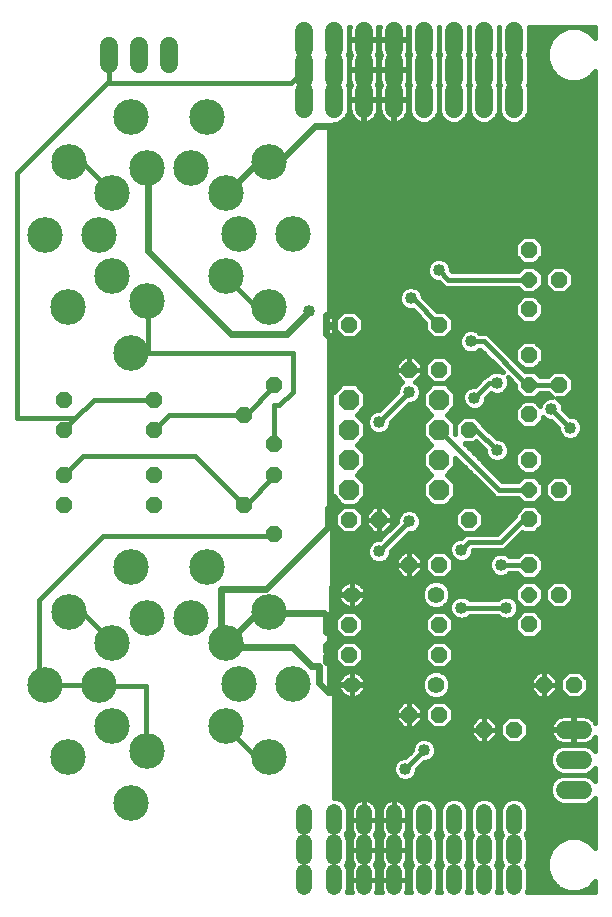
<source format=gbl>
G75*
%MOIN*%
%OFA0B0*%
%FSLAX24Y24*%
%IPPOS*%
%LPD*%
%AMOC8*
5,1,8,0,0,1.08239X$1,22.5*
%
%ADD10C,0.1185*%
%ADD11OC8,0.0520*%
%ADD12C,0.0600*%
%ADD13OC8,0.0680*%
%ADD14C,0.0520*%
%ADD15OC8,0.0515*%
%ADD16C,0.0554*%
%ADD17C,0.0160*%
%ADD18C,0.0240*%
%ADD19C,0.0400*%
D10*
X002254Y005752D03*
X003706Y006808D03*
X003261Y008177D03*
X003707Y009555D03*
X004877Y010405D03*
X004323Y012112D03*
X002256Y010610D03*
X001466Y008177D03*
X004323Y004248D03*
X004877Y005955D03*
X007493Y006805D03*
X007939Y008183D03*
X007494Y009552D03*
X006323Y010405D03*
X006877Y012112D03*
X008946Y010608D03*
X009734Y008183D03*
X008944Y005750D03*
X004323Y019248D03*
X004877Y020955D03*
X003706Y021808D03*
X003261Y023177D03*
X003707Y024555D03*
X004877Y025405D03*
X004323Y027112D03*
X002256Y025610D03*
X001466Y023177D03*
X002254Y020752D03*
X006323Y025405D03*
X006877Y027112D03*
X007494Y024552D03*
X007939Y023183D03*
X007493Y021805D03*
X008944Y020750D03*
X009734Y023183D03*
X008946Y025608D03*
D11*
X011600Y020180D03*
X013600Y018680D03*
X014600Y018680D03*
X014600Y020180D03*
X015600Y016680D03*
X017600Y017190D03*
X018600Y018180D03*
X017600Y019170D03*
X017600Y020690D03*
X018600Y021680D03*
X017600Y022670D03*
X017600Y015670D03*
X018600Y014680D03*
X017600Y013690D03*
X017600Y012170D03*
X018600Y011180D03*
X017600Y010190D03*
X018100Y008180D03*
X019100Y008180D03*
X017100Y006680D03*
X016100Y006680D03*
X014600Y007180D03*
X013600Y007180D03*
X014600Y009180D03*
X014600Y010180D03*
X014600Y012180D03*
X013600Y012180D03*
X012600Y013680D03*
X011600Y013680D03*
X011600Y010180D03*
X011600Y009180D03*
X009100Y013190D03*
X008100Y014180D03*
X009100Y015170D03*
X009100Y016190D03*
X008100Y017180D03*
X009100Y018170D03*
X005100Y017680D03*
X005100Y016680D03*
X005100Y015180D03*
X005100Y014180D03*
X002100Y014180D03*
X002100Y015180D03*
X002100Y016680D03*
X002100Y017680D03*
X015600Y013680D03*
D12*
X018800Y006680D02*
X019400Y006680D01*
X019400Y005680D02*
X018800Y005680D01*
X018800Y004680D02*
X019400Y004680D01*
X017100Y027380D02*
X017100Y027980D01*
X017100Y028380D02*
X017100Y028980D01*
X017100Y029380D02*
X017100Y029980D01*
X016100Y029980D02*
X016100Y029380D01*
X016100Y028980D02*
X016100Y028380D01*
X016100Y027980D02*
X016100Y027380D01*
X015100Y027380D02*
X015100Y027980D01*
X015100Y028380D02*
X015100Y028980D01*
X015100Y029380D02*
X015100Y029980D01*
X014100Y029980D02*
X014100Y029380D01*
X014100Y028980D02*
X014100Y028380D01*
X014100Y027980D02*
X014100Y027380D01*
X013100Y027380D02*
X013100Y027980D01*
X013100Y028380D02*
X013100Y028980D01*
X013100Y029380D02*
X013100Y029980D01*
X012100Y029980D02*
X012100Y029380D01*
X012100Y028980D02*
X012100Y028380D01*
X012100Y027980D02*
X012100Y027380D01*
X011100Y027380D02*
X011100Y027980D01*
X011100Y028380D02*
X011100Y028980D01*
X011100Y029380D02*
X011100Y029980D01*
X010100Y029980D02*
X010100Y029380D01*
X010100Y028980D02*
X010100Y028380D01*
X010100Y027980D02*
X010100Y027380D01*
X005600Y028880D02*
X005600Y029480D01*
X004600Y029480D02*
X004600Y028880D01*
X003600Y028880D02*
X003600Y029480D01*
D13*
X011600Y017680D03*
X011600Y016680D03*
X011600Y015680D03*
X011600Y014680D03*
X014600Y014680D03*
X014600Y015680D03*
X014600Y016680D03*
X014600Y017680D03*
D14*
X014100Y003940D02*
X014100Y003420D01*
X014100Y002940D02*
X014100Y002420D01*
X014100Y001940D02*
X014100Y001420D01*
X013100Y001420D02*
X013100Y001940D01*
X013100Y002420D02*
X013100Y002940D01*
X013100Y003420D02*
X013100Y003940D01*
X012100Y003940D02*
X012100Y003420D01*
X012100Y002940D02*
X012100Y002420D01*
X012100Y001940D02*
X012100Y001420D01*
X011100Y001420D02*
X011100Y001940D01*
X011100Y002420D02*
X011100Y002940D01*
X011100Y003420D02*
X011100Y003940D01*
X010100Y003940D02*
X010100Y003420D01*
X010100Y002940D02*
X010100Y002420D01*
X010100Y001940D02*
X010100Y001420D01*
X015100Y001420D02*
X015100Y001940D01*
X015100Y002420D02*
X015100Y002940D01*
X015100Y003420D02*
X015100Y003940D01*
X016100Y003940D02*
X016100Y003420D01*
X016100Y002940D02*
X016100Y002420D01*
X016100Y001940D02*
X016100Y001420D01*
X017100Y001420D02*
X017100Y001940D01*
X017100Y002420D02*
X017100Y002940D01*
X017100Y003420D02*
X017100Y003940D01*
D15*
X017600Y011180D03*
X017600Y014680D03*
X017600Y018180D03*
X017600Y021680D03*
D16*
X014500Y011180D03*
X014500Y008180D03*
X011700Y008180D03*
X011700Y011180D03*
D17*
X011709Y011189D02*
X012157Y011189D01*
X012157Y011216D01*
X012146Y011287D01*
X012124Y011355D01*
X012091Y011420D01*
X012049Y011478D01*
X011998Y011529D01*
X011940Y011571D01*
X011875Y011604D01*
X011807Y011626D01*
X011736Y011637D01*
X011709Y011637D01*
X011709Y011189D01*
X011709Y011171D01*
X012157Y011171D01*
X012157Y011144D01*
X012146Y011073D01*
X012124Y011005D01*
X012091Y010940D01*
X012049Y010882D01*
X011998Y010831D01*
X011940Y010789D01*
X011875Y010756D01*
X011807Y010734D01*
X011736Y010723D01*
X011709Y010723D01*
X011709Y011171D01*
X011691Y011171D01*
X011691Y010723D01*
X011664Y010723D01*
X011593Y010734D01*
X011525Y010756D01*
X011460Y010789D01*
X011402Y010831D01*
X011351Y010882D01*
X011309Y010940D01*
X011276Y011005D01*
X011254Y011073D01*
X011243Y011144D01*
X011243Y011171D01*
X011691Y011171D01*
X011691Y011189D01*
X011691Y011637D01*
X011664Y011637D01*
X011593Y011626D01*
X011525Y011604D01*
X011460Y011571D01*
X011402Y011529D01*
X011351Y011478D01*
X011309Y011420D01*
X011276Y011355D01*
X011254Y011287D01*
X011243Y011216D01*
X011243Y011189D01*
X011691Y011189D01*
X011709Y011189D01*
X011709Y011141D02*
X011691Y011141D01*
X011691Y010983D02*
X011709Y010983D01*
X011709Y010824D02*
X011691Y010824D01*
X011791Y010640D02*
X011409Y010640D01*
X011140Y010371D01*
X011140Y009989D01*
X011409Y009720D01*
X011791Y009720D01*
X012060Y009989D01*
X012060Y010371D01*
X011791Y010640D01*
X011924Y010507D02*
X014276Y010507D01*
X014409Y010640D02*
X014140Y010371D01*
X014140Y009989D01*
X014409Y009720D01*
X014791Y009720D01*
X015060Y009989D01*
X015060Y010371D01*
X014791Y010640D01*
X014409Y010640D01*
X014405Y010703D02*
X014230Y010775D01*
X014095Y010910D01*
X014023Y011085D01*
X014023Y011275D01*
X014095Y011450D01*
X014230Y011585D01*
X014405Y011657D01*
X014595Y011657D01*
X014770Y011585D01*
X014905Y011450D01*
X014977Y011275D01*
X014977Y011085D01*
X014905Y010910D01*
X014770Y010775D01*
X014595Y010703D01*
X014405Y010703D01*
X014181Y010824D02*
X011988Y010824D01*
X012112Y010983D02*
X014065Y010983D01*
X014023Y011141D02*
X012157Y011141D01*
X012142Y011300D02*
X014033Y011300D01*
X014103Y011458D02*
X012063Y011458D01*
X011836Y011617D02*
X014307Y011617D01*
X014409Y011720D02*
X014140Y011989D01*
X014140Y012371D01*
X014409Y012640D01*
X014791Y012640D01*
X015060Y012371D01*
X015060Y011989D01*
X014791Y011720D01*
X014409Y011720D01*
X014354Y011775D02*
X013817Y011775D01*
X013782Y011740D02*
X014040Y011998D01*
X014040Y012180D01*
X014040Y012362D01*
X013782Y012620D01*
X013600Y012620D01*
X013600Y012180D01*
X014040Y012180D01*
X013600Y012180D01*
X013600Y012180D01*
X013600Y012180D01*
X013600Y011740D01*
X013782Y011740D01*
X013600Y011740D02*
X013600Y012180D01*
X013600Y012180D01*
X013600Y012180D01*
X013160Y012180D01*
X013160Y012362D01*
X013418Y012620D01*
X013600Y012620D01*
X013600Y012180D01*
X013160Y012180D01*
X013160Y011998D01*
X013418Y011740D01*
X013600Y011740D01*
X013600Y011775D02*
X013600Y011775D01*
X013600Y011934D02*
X013600Y011934D01*
X013600Y012092D02*
X013600Y012092D01*
X013600Y012251D02*
X013600Y012251D01*
X013600Y012409D02*
X013600Y012409D01*
X013600Y012568D02*
X013600Y012568D01*
X013835Y012568D02*
X014337Y012568D01*
X014178Y012409D02*
X013993Y012409D01*
X014040Y012251D02*
X014140Y012251D01*
X014140Y012092D02*
X014040Y012092D01*
X013976Y011934D02*
X014196Y011934D01*
X014693Y011617D02*
X017390Y011617D01*
X017411Y011637D02*
X017143Y011369D01*
X017143Y011016D01*
X017077Y011082D01*
X016930Y011142D01*
X016770Y011142D01*
X016623Y011082D01*
X016564Y011022D01*
X015636Y011022D01*
X015577Y011082D01*
X015430Y011142D01*
X015270Y011142D01*
X015123Y011082D01*
X015011Y010969D01*
X014950Y010822D01*
X014950Y010663D01*
X015011Y010516D01*
X015123Y010403D01*
X015270Y010343D01*
X015430Y010343D01*
X015577Y010403D01*
X015636Y010463D01*
X016564Y010463D01*
X016623Y010403D01*
X016770Y010343D01*
X016930Y010343D01*
X017077Y010403D01*
X017189Y010516D01*
X017250Y010663D01*
X017250Y010822D01*
X017207Y010926D01*
X017411Y010723D01*
X017789Y010723D01*
X018057Y010991D01*
X018057Y011369D01*
X017789Y011637D01*
X017411Y011637D01*
X017409Y011710D02*
X017791Y011710D01*
X018060Y011979D01*
X018060Y012361D01*
X017791Y012630D01*
X017409Y012630D01*
X017239Y012460D01*
X016948Y012460D01*
X016889Y012519D01*
X016742Y012580D01*
X016583Y012580D01*
X016436Y012519D01*
X016323Y012407D01*
X016263Y012260D01*
X016263Y012100D01*
X016323Y011953D01*
X016436Y011841D01*
X016583Y011780D01*
X016742Y011780D01*
X016889Y011841D01*
X016948Y011900D01*
X017219Y011900D01*
X017409Y011710D01*
X017344Y011775D02*
X014846Y011775D01*
X015004Y011934D02*
X016343Y011934D01*
X016266Y012092D02*
X015060Y012092D01*
X015060Y012251D02*
X016263Y012251D01*
X016326Y012409D02*
X015645Y012409D01*
X015689Y012453D02*
X015750Y012600D01*
X015750Y012650D01*
X016718Y012650D01*
X016821Y012693D01*
X017384Y013255D01*
X017409Y013230D01*
X017791Y013230D01*
X018060Y013499D01*
X018060Y013881D01*
X017791Y014150D01*
X017409Y014150D01*
X017140Y013881D01*
X017140Y013803D01*
X016547Y013210D01*
X015544Y013210D01*
X015441Y013167D01*
X015363Y013089D01*
X015354Y013080D01*
X015270Y013080D01*
X015123Y013019D01*
X015011Y012907D01*
X014950Y012760D01*
X014950Y012600D01*
X015011Y012453D01*
X015123Y012341D01*
X015270Y012280D01*
X015430Y012280D01*
X015577Y012341D01*
X015689Y012453D01*
X015736Y012568D02*
X016553Y012568D01*
X016772Y012568D02*
X017347Y012568D01*
X017171Y013043D02*
X019820Y013043D01*
X019820Y012885D02*
X017013Y012885D01*
X016854Y012726D02*
X019820Y012726D01*
X019820Y012568D02*
X017853Y012568D01*
X018012Y012409D02*
X019820Y012409D01*
X019820Y012251D02*
X018060Y012251D01*
X018060Y012092D02*
X019820Y012092D01*
X019820Y011934D02*
X018014Y011934D01*
X017856Y011775D02*
X019820Y011775D01*
X019820Y011617D02*
X018814Y011617D01*
X018791Y011640D02*
X018409Y011640D01*
X018140Y011371D01*
X018140Y010989D01*
X018409Y010720D01*
X018791Y010720D01*
X019060Y010989D01*
X019060Y011371D01*
X018791Y011640D01*
X018973Y011458D02*
X019820Y011458D01*
X019820Y011300D02*
X019060Y011300D01*
X019060Y011141D02*
X019820Y011141D01*
X019820Y010983D02*
X019053Y010983D01*
X018895Y010824D02*
X019820Y010824D01*
X019820Y010666D02*
X017250Y010666D01*
X017249Y010824D02*
X017309Y010824D01*
X017409Y010650D02*
X017140Y010381D01*
X017140Y009999D01*
X017409Y009730D01*
X017791Y009730D01*
X018060Y009999D01*
X018060Y010381D01*
X017791Y010650D01*
X017409Y010650D01*
X017266Y010507D02*
X017180Y010507D01*
X017140Y010349D02*
X016944Y010349D01*
X016756Y010349D02*
X015444Y010349D01*
X015256Y010349D02*
X015060Y010349D01*
X015060Y010190D02*
X017140Y010190D01*
X017140Y010032D02*
X015060Y010032D01*
X014944Y009873D02*
X017266Y009873D01*
X017934Y009873D02*
X019820Y009873D01*
X019820Y009715D02*
X011100Y009715D01*
X011100Y009873D02*
X011256Y009873D01*
X011140Y010032D02*
X011100Y010032D01*
X011100Y010190D02*
X011140Y010190D01*
X011140Y010349D02*
X011100Y010349D01*
X011100Y010507D02*
X011276Y010507D01*
X011100Y010666D02*
X014950Y010666D01*
X014951Y010824D02*
X014819Y010824D01*
X014935Y010983D02*
X015024Y010983D01*
X014977Y011141D02*
X015267Y011141D01*
X015433Y011141D02*
X016767Y011141D01*
X016933Y011141D02*
X017143Y011141D01*
X017143Y011300D02*
X014967Y011300D01*
X014897Y011458D02*
X017231Y011458D01*
X017600Y012170D02*
X017600Y012180D01*
X016663Y012180D01*
X016663Y012930D02*
X017413Y013680D01*
X017600Y013680D01*
X017600Y013690D01*
X017253Y013994D02*
X015937Y013994D01*
X016060Y013871D02*
X015791Y014140D01*
X015409Y014140D01*
X015140Y013871D01*
X015140Y013489D01*
X015409Y013220D01*
X015791Y013220D01*
X016060Y013489D01*
X016060Y013871D01*
X016060Y013836D02*
X017140Y013836D01*
X017014Y013677D02*
X016060Y013677D01*
X016060Y013519D02*
X016855Y013519D01*
X016697Y013360D02*
X015931Y013360D01*
X015600Y012930D02*
X016663Y012930D01*
X017330Y013202D02*
X019820Y013202D01*
X019820Y013360D02*
X017921Y013360D01*
X018060Y013519D02*
X019820Y013519D01*
X019820Y013677D02*
X018060Y013677D01*
X018060Y013836D02*
X019820Y013836D01*
X019820Y013994D02*
X017947Y013994D01*
X017789Y014223D02*
X018057Y014491D01*
X018057Y014869D01*
X017789Y015137D01*
X017411Y015137D01*
X017233Y014960D01*
X016716Y014960D01*
X015456Y016220D01*
X015791Y016220D01*
X015852Y016282D01*
X016138Y015997D01*
X016138Y015913D01*
X016198Y015766D01*
X016311Y015653D01*
X016458Y015593D01*
X016617Y015593D01*
X016764Y015653D01*
X016877Y015766D01*
X016937Y015913D01*
X016937Y016072D01*
X016877Y016219D01*
X016764Y016332D01*
X016617Y016392D01*
X016533Y016392D01*
X016087Y016839D01*
X016060Y016866D01*
X016060Y016871D01*
X015791Y017140D01*
X015409Y017140D01*
X015140Y016871D01*
X015140Y016536D01*
X015140Y016904D01*
X014864Y017180D01*
X015140Y017456D01*
X015140Y017904D01*
X014824Y018220D01*
X014376Y018220D01*
X014060Y017904D01*
X014060Y017456D01*
X014336Y017180D01*
X014060Y016904D01*
X014060Y016456D01*
X014336Y016180D01*
X014060Y015904D01*
X014060Y015456D01*
X014336Y015180D01*
X014060Y014904D01*
X014060Y014456D01*
X014376Y014140D01*
X014824Y014140D01*
X015140Y014456D01*
X015140Y014904D01*
X014864Y015180D01*
X015140Y015456D01*
X015140Y015744D01*
X016363Y014521D01*
X016441Y014443D01*
X016544Y014400D01*
X017233Y014400D01*
X017411Y014223D01*
X017789Y014223D01*
X017878Y014311D02*
X018318Y014311D01*
X018409Y014220D02*
X018791Y014220D01*
X019060Y014489D01*
X019060Y014871D01*
X018791Y015140D01*
X018409Y015140D01*
X018140Y014871D01*
X018140Y014489D01*
X018409Y014220D01*
X018160Y014470D02*
X018036Y014470D01*
X018057Y014628D02*
X018140Y014628D01*
X018140Y014787D02*
X018057Y014787D01*
X017982Y014945D02*
X018214Y014945D01*
X018373Y015104D02*
X017823Y015104D01*
X017791Y015210D02*
X018060Y015479D01*
X018060Y015861D01*
X017791Y016130D01*
X017409Y016130D01*
X017140Y015861D01*
X017140Y015479D01*
X017409Y015210D01*
X017791Y015210D01*
X017843Y015262D02*
X019820Y015262D01*
X019820Y015104D02*
X018827Y015104D01*
X018986Y014945D02*
X019820Y014945D01*
X019820Y014787D02*
X019060Y014787D01*
X019060Y014628D02*
X019820Y014628D01*
X019820Y014470D02*
X019040Y014470D01*
X018882Y014311D02*
X019820Y014311D01*
X019820Y014153D02*
X014836Y014153D01*
X014995Y014311D02*
X017322Y014311D01*
X017600Y014680D02*
X016600Y014680D01*
X014600Y016680D01*
X014880Y017164D02*
X017140Y017164D01*
X017140Y017006D02*
X015925Y017006D01*
X016079Y016847D02*
X017292Y016847D01*
X017409Y016730D02*
X017791Y016730D01*
X018060Y016999D01*
X018060Y017092D01*
X018123Y017028D01*
X018270Y016968D01*
X018354Y016968D01*
X018575Y016747D01*
X018575Y016663D01*
X018636Y016516D01*
X018748Y016403D01*
X018895Y016343D01*
X019055Y016343D01*
X019202Y016403D01*
X019314Y016516D01*
X019375Y016663D01*
X019375Y016822D01*
X019314Y016969D01*
X019202Y017082D01*
X019055Y017142D01*
X018971Y017142D01*
X018750Y017363D01*
X018750Y017447D01*
X018689Y017594D01*
X018577Y017707D01*
X018544Y017720D01*
X018791Y017720D01*
X019060Y017989D01*
X019060Y018371D01*
X018791Y018640D01*
X018409Y018640D01*
X018229Y018460D01*
X017967Y018460D01*
X017789Y018637D01*
X017476Y018637D01*
X016337Y019776D01*
X016259Y019855D01*
X016156Y019897D01*
X015948Y019897D01*
X015889Y019957D01*
X015742Y020017D01*
X015583Y020017D01*
X015436Y019957D01*
X015323Y019844D01*
X015263Y019697D01*
X015263Y019538D01*
X015323Y019391D01*
X015436Y019278D01*
X015583Y019218D01*
X015742Y019218D01*
X015889Y019278D01*
X015948Y019338D01*
X015984Y019338D01*
X016723Y018599D01*
X016617Y018642D01*
X016458Y018642D01*
X016311Y018582D01*
X016252Y018522D01*
X016232Y018522D01*
X016129Y018480D01*
X016050Y018401D01*
X015792Y018142D01*
X015708Y018142D01*
X015561Y018082D01*
X015448Y017969D01*
X015388Y017822D01*
X015388Y017663D01*
X015448Y017516D01*
X015561Y017403D01*
X015708Y017343D01*
X015867Y017343D01*
X016014Y017403D01*
X016127Y017516D01*
X016187Y017663D01*
X016187Y017747D01*
X016335Y017894D01*
X016458Y017843D01*
X016617Y017843D01*
X016764Y017903D01*
X016877Y018016D01*
X016937Y018163D01*
X016937Y018322D01*
X016894Y018428D01*
X017143Y018179D01*
X017143Y017991D01*
X017411Y017723D01*
X017789Y017723D01*
X017967Y017900D01*
X018229Y017900D01*
X018362Y017767D01*
X018270Y017767D01*
X018123Y017707D01*
X018011Y017594D01*
X017963Y017478D01*
X017791Y017650D01*
X017409Y017650D01*
X017140Y017381D01*
X017140Y016999D01*
X017409Y016730D01*
X017140Y017323D02*
X015006Y017323D01*
X015140Y017481D02*
X015483Y017481D01*
X015397Y017640D02*
X015140Y017640D01*
X015140Y017798D02*
X015388Y017798D01*
X015443Y017957D02*
X015087Y017957D01*
X014929Y018115D02*
X015642Y018115D01*
X015923Y018274D02*
X014844Y018274D01*
X014791Y018220D02*
X015060Y018489D01*
X015060Y018871D01*
X014791Y019140D01*
X014409Y019140D01*
X014140Y018871D01*
X014140Y018489D01*
X014409Y018220D01*
X014791Y018220D01*
X015003Y018432D02*
X016081Y018432D01*
X016288Y018243D02*
X016538Y018243D01*
X016288Y018243D02*
X015788Y017743D01*
X016092Y017481D02*
X017240Y017481D01*
X017399Y017640D02*
X016178Y017640D01*
X016239Y017798D02*
X017335Y017798D01*
X017176Y017957D02*
X016817Y017957D01*
X016918Y018115D02*
X017143Y018115D01*
X017048Y018274D02*
X016937Y018274D01*
X016572Y018749D02*
X015060Y018749D01*
X015060Y018591D02*
X016332Y018591D01*
X016414Y018908D02*
X015023Y018908D01*
X014865Y019066D02*
X016255Y019066D01*
X016097Y019225D02*
X015759Y019225D01*
X015566Y019225D02*
X011100Y019225D01*
X011100Y019383D02*
X015331Y019383D01*
X015263Y019542D02*
X011100Y019542D01*
X011100Y019700D02*
X015264Y019700D01*
X015338Y019859D02*
X014929Y019859D01*
X015060Y019989D02*
X014791Y019720D01*
X014409Y019720D01*
X014140Y019989D01*
X014140Y020244D01*
X013729Y020655D01*
X013583Y020655D01*
X013436Y020716D01*
X013323Y020828D01*
X013263Y020975D01*
X013263Y021135D01*
X013323Y021282D01*
X013436Y021394D01*
X013583Y021455D01*
X013742Y021455D01*
X013889Y021394D01*
X014002Y021282D01*
X014062Y021135D01*
X014062Y021113D01*
X014536Y020640D01*
X014791Y020640D01*
X015060Y020371D01*
X015060Y019989D01*
X015060Y020017D02*
X015582Y020017D01*
X015743Y020017D02*
X019820Y020017D01*
X019820Y019859D02*
X016250Y019859D01*
X016413Y019700D02*
X019820Y019700D01*
X019820Y019542D02*
X017879Y019542D01*
X017791Y019630D02*
X018060Y019361D01*
X018060Y018979D01*
X017791Y018710D01*
X017409Y018710D01*
X017140Y018979D01*
X017140Y019361D01*
X017409Y019630D01*
X017791Y019630D01*
X018038Y019383D02*
X019820Y019383D01*
X019820Y019225D02*
X018060Y019225D01*
X018060Y019066D02*
X019820Y019066D01*
X019820Y018908D02*
X017988Y018908D01*
X017830Y018749D02*
X019820Y018749D01*
X019820Y018591D02*
X018840Y018591D01*
X018999Y018432D02*
X019820Y018432D01*
X019820Y018274D02*
X019060Y018274D01*
X019060Y018115D02*
X019820Y018115D01*
X019820Y017957D02*
X019027Y017957D01*
X018869Y017798D02*
X019820Y017798D01*
X019820Y017640D02*
X018644Y017640D01*
X018736Y017481D02*
X019820Y017481D01*
X019820Y017323D02*
X018791Y017323D01*
X018949Y017164D02*
X019820Y017164D01*
X019820Y017006D02*
X019278Y017006D01*
X019365Y016847D02*
X019820Y016847D01*
X019820Y016689D02*
X019375Y016689D01*
X019320Y016530D02*
X019820Y016530D01*
X019820Y016372D02*
X019125Y016372D01*
X018975Y016743D02*
X018350Y017368D01*
X018179Y017006D02*
X018060Y017006D01*
X017908Y016847D02*
X018474Y016847D01*
X018575Y016689D02*
X016237Y016689D01*
X016396Y016530D02*
X018630Y016530D01*
X018825Y016372D02*
X016668Y016372D01*
X016879Y016213D02*
X019820Y016213D01*
X019820Y016055D02*
X017866Y016055D01*
X018025Y015896D02*
X019820Y015896D01*
X019820Y015738D02*
X018060Y015738D01*
X018060Y015579D02*
X019820Y015579D01*
X019820Y015421D02*
X018001Y015421D01*
X017357Y015262D02*
X016414Y015262D01*
X016572Y015104D02*
X017377Y015104D01*
X017199Y015421D02*
X016255Y015421D01*
X016097Y015579D02*
X017140Y015579D01*
X017140Y015738D02*
X016848Y015738D01*
X016930Y015896D02*
X017175Y015896D01*
X017334Y016055D02*
X016937Y016055D01*
X016538Y015993D02*
X015850Y016680D01*
X015600Y016680D01*
X015275Y017006D02*
X015038Y017006D01*
X015140Y016847D02*
X015140Y016847D01*
X015140Y016689D02*
X015140Y016689D01*
X015140Y016536D02*
X015140Y016536D01*
X015463Y016213D02*
X015921Y016213D01*
X016079Y016055D02*
X015621Y016055D01*
X015780Y015896D02*
X016145Y015896D01*
X016227Y015738D02*
X015938Y015738D01*
X015463Y015421D02*
X015104Y015421D01*
X015140Y015579D02*
X015305Y015579D01*
X015146Y015738D02*
X015140Y015738D01*
X014946Y015262D02*
X015622Y015262D01*
X015780Y015104D02*
X014940Y015104D01*
X015099Y014945D02*
X015939Y014945D01*
X016097Y014787D02*
X015140Y014787D01*
X015140Y014628D02*
X016256Y014628D01*
X016414Y014470D02*
X015140Y014470D01*
X015263Y013994D02*
X013736Y013994D01*
X013680Y014017D02*
X013827Y013957D01*
X013939Y013844D01*
X014000Y013697D01*
X014000Y013538D01*
X013939Y013391D01*
X013827Y013278D01*
X013680Y013218D01*
X013596Y013218D01*
X013000Y012622D01*
X013000Y012538D01*
X012939Y012391D01*
X012827Y012278D01*
X012680Y012218D01*
X012520Y012218D01*
X012373Y012278D01*
X012261Y012391D01*
X012200Y012538D01*
X012200Y012697D01*
X012261Y012844D01*
X012373Y012957D01*
X012520Y013017D01*
X012604Y013017D01*
X013200Y013613D01*
X013200Y013697D01*
X013261Y013844D01*
X013373Y013957D01*
X013520Y014017D01*
X013680Y014017D01*
X013464Y013994D02*
X012908Y013994D01*
X012782Y014120D02*
X013040Y013862D01*
X013040Y013680D01*
X012600Y013680D01*
X012600Y013680D01*
X012600Y013680D01*
X012600Y014120D01*
X012782Y014120D01*
X012600Y014120D02*
X012418Y014120D01*
X012160Y013862D01*
X012160Y013680D01*
X012600Y013680D01*
X013040Y013680D01*
X013040Y013498D01*
X012782Y013240D01*
X012600Y013240D01*
X012600Y013680D01*
X012600Y013680D01*
X012600Y013680D01*
X012600Y014120D01*
X012600Y013994D02*
X012600Y013994D01*
X012600Y013836D02*
X012600Y013836D01*
X012600Y013680D02*
X012160Y013680D01*
X012160Y013498D01*
X012418Y013240D01*
X012600Y013240D01*
X012600Y013680D01*
X012600Y013677D02*
X012600Y013677D01*
X012600Y013519D02*
X012600Y013519D01*
X012600Y013360D02*
X012600Y013360D01*
X012788Y013202D02*
X011100Y013202D01*
X011100Y013360D02*
X011269Y013360D01*
X011140Y013489D02*
X011409Y013220D01*
X011791Y013220D01*
X012060Y013489D01*
X012060Y013871D01*
X011791Y014140D01*
X011409Y014140D01*
X011140Y013871D01*
X011140Y013489D01*
X011140Y013519D02*
X011100Y013519D01*
X011100Y013677D02*
X011140Y013677D01*
X011140Y013836D02*
X011100Y013836D01*
X011100Y013994D02*
X011263Y013994D01*
X011376Y014140D02*
X011100Y014416D01*
X011100Y004400D01*
X011191Y004400D01*
X011361Y004330D01*
X011490Y004201D01*
X011560Y004031D01*
X011560Y003328D01*
X011498Y003180D01*
X011560Y003031D01*
X011560Y002328D01*
X011498Y002180D01*
X011560Y002031D01*
X011560Y001328D01*
X011532Y001260D01*
X011689Y001260D01*
X011671Y001317D01*
X011660Y001385D01*
X011660Y001680D01*
X012100Y001680D01*
X012540Y001680D01*
X012540Y001975D01*
X012529Y002043D01*
X012508Y002109D01*
X012476Y002171D01*
X012469Y002180D01*
X012476Y002189D01*
X012508Y002251D01*
X012529Y002317D01*
X012540Y002385D01*
X012540Y002680D01*
X012540Y002975D01*
X012529Y003043D01*
X012508Y003109D01*
X012476Y003171D01*
X012469Y003180D01*
X012476Y003189D01*
X012508Y003251D01*
X012529Y003317D01*
X012540Y003385D01*
X012540Y003680D01*
X012540Y003975D01*
X012529Y004043D01*
X012508Y004109D01*
X012476Y004171D01*
X012436Y004227D01*
X012387Y004276D01*
X012331Y004316D01*
X012269Y004348D01*
X012203Y004369D01*
X012135Y004380D01*
X012100Y004380D01*
X012100Y003680D01*
X012540Y003680D01*
X012100Y003680D01*
X012100Y003680D01*
X012100Y003680D01*
X012100Y003680D01*
X011660Y003680D01*
X011660Y003975D01*
X011671Y004043D01*
X011692Y004109D01*
X011724Y004171D01*
X011764Y004227D01*
X011813Y004276D01*
X011869Y004316D01*
X011931Y004348D01*
X011997Y004369D01*
X012065Y004380D01*
X012100Y004380D01*
X012100Y003680D01*
X012100Y002980D01*
X012100Y002680D01*
X012540Y002680D01*
X012100Y002680D01*
X012100Y002680D01*
X012100Y002680D01*
X012100Y002680D01*
X011660Y002680D01*
X011660Y002975D01*
X011671Y003043D01*
X011692Y003109D01*
X011724Y003171D01*
X011731Y003180D01*
X011724Y003189D01*
X011692Y003251D01*
X011671Y003317D01*
X011660Y003385D01*
X011660Y003680D01*
X012100Y003680D01*
X012100Y003680D01*
X012100Y002680D01*
X012100Y001680D01*
X012100Y001680D01*
X012100Y001680D01*
X012540Y001680D01*
X012540Y001385D01*
X012529Y001317D01*
X012511Y001260D01*
X012689Y001260D01*
X012671Y001317D01*
X012660Y001385D01*
X012660Y001680D01*
X013100Y001680D01*
X013540Y001680D01*
X013540Y001975D01*
X013529Y002043D01*
X013508Y002109D01*
X013476Y002171D01*
X013469Y002180D01*
X013476Y002189D01*
X013508Y002251D01*
X013529Y002317D01*
X013540Y002385D01*
X013540Y002680D01*
X013540Y002975D01*
X013529Y003043D01*
X013508Y003109D01*
X013476Y003171D01*
X013469Y003180D01*
X013476Y003189D01*
X013508Y003251D01*
X013529Y003317D01*
X013540Y003385D01*
X013540Y003680D01*
X013540Y003975D01*
X013529Y004043D01*
X013508Y004109D01*
X013476Y004171D01*
X013436Y004227D01*
X013387Y004276D01*
X013331Y004316D01*
X013269Y004348D01*
X013203Y004369D01*
X013135Y004380D01*
X013100Y004380D01*
X013100Y003680D01*
X013100Y003680D01*
X013540Y003680D01*
X013100Y003680D01*
X013100Y003680D01*
X013100Y003680D01*
X012660Y003680D01*
X012660Y003975D01*
X012671Y004043D01*
X012692Y004109D01*
X012724Y004171D01*
X012764Y004227D01*
X012813Y004276D01*
X012869Y004316D01*
X012931Y004348D01*
X012997Y004369D01*
X013065Y004380D01*
X013100Y004380D01*
X013100Y003680D01*
X013100Y002980D01*
X013100Y002680D01*
X013540Y002680D01*
X013100Y002680D01*
X013100Y002680D01*
X013100Y002680D01*
X013100Y002680D01*
X012660Y002680D01*
X012660Y002975D01*
X012671Y003043D01*
X012692Y003109D01*
X012724Y003171D01*
X012731Y003180D01*
X012724Y003189D01*
X012692Y003251D01*
X012671Y003317D01*
X012660Y003385D01*
X012660Y003680D01*
X013100Y003680D01*
X013100Y003680D01*
X013100Y002680D01*
X013100Y001680D01*
X013100Y001680D01*
X013100Y001680D01*
X013100Y001680D01*
X013540Y001680D01*
X013540Y001385D01*
X013529Y001317D01*
X013511Y001260D01*
X013668Y001260D01*
X013640Y001328D01*
X013640Y002031D01*
X013702Y002180D01*
X013640Y002328D01*
X013640Y003031D01*
X013702Y003180D01*
X013640Y003328D01*
X013640Y004031D01*
X013710Y004201D01*
X013839Y004330D01*
X014008Y004400D01*
X014191Y004400D01*
X014361Y004330D01*
X014490Y004201D01*
X014560Y004031D01*
X014560Y003328D01*
X014498Y003180D01*
X014560Y003031D01*
X014560Y002328D01*
X014498Y002180D01*
X014560Y002031D01*
X014560Y001328D01*
X014532Y001260D01*
X014668Y001260D01*
X014640Y001328D01*
X014640Y002031D01*
X014702Y002180D01*
X014640Y002328D01*
X014640Y003031D01*
X014702Y003180D01*
X014640Y003328D01*
X014640Y004031D01*
X014710Y004201D01*
X014839Y004330D01*
X015008Y004400D01*
X015191Y004400D01*
X015361Y004330D01*
X015490Y004201D01*
X015560Y004031D01*
X015560Y003328D01*
X015498Y003180D01*
X015560Y003031D01*
X015560Y002328D01*
X015498Y002180D01*
X015560Y002031D01*
X015560Y001328D01*
X015532Y001260D01*
X015668Y001260D01*
X015640Y001328D01*
X015640Y002031D01*
X015702Y002180D01*
X015640Y002328D01*
X015640Y003031D01*
X015702Y003180D01*
X015640Y003328D01*
X015640Y004031D01*
X015710Y004201D01*
X015839Y004330D01*
X016008Y004400D01*
X016191Y004400D01*
X016361Y004330D01*
X016490Y004201D01*
X016560Y004031D01*
X016560Y003328D01*
X016498Y003180D01*
X016560Y003031D01*
X016560Y002328D01*
X016498Y002180D01*
X016560Y002031D01*
X016560Y001328D01*
X016532Y001260D01*
X016668Y001260D01*
X016640Y001328D01*
X016640Y002031D01*
X016702Y002180D01*
X016640Y002328D01*
X016640Y003031D01*
X016702Y003180D01*
X016640Y003328D01*
X016640Y004031D01*
X016710Y004201D01*
X016839Y004330D01*
X017008Y004400D01*
X017191Y004400D01*
X017361Y004330D01*
X017490Y004201D01*
X017560Y004031D01*
X017560Y003328D01*
X017498Y003180D01*
X017560Y003031D01*
X017560Y002328D01*
X017498Y002180D01*
X017560Y002031D01*
X017560Y001328D01*
X017532Y001260D01*
X019820Y001260D01*
X019820Y001620D01*
X019613Y001413D01*
X019280Y001275D01*
X018920Y001275D01*
X018587Y001413D01*
X018333Y001667D01*
X018195Y002000D01*
X018195Y002360D01*
X018333Y002693D01*
X018587Y002947D01*
X018920Y003085D01*
X019280Y003085D01*
X019613Y002947D01*
X019820Y002740D01*
X019820Y004393D01*
X019683Y004256D01*
X019499Y004180D01*
X018701Y004180D01*
X018517Y004256D01*
X018376Y004397D01*
X018300Y004581D01*
X018300Y004779D01*
X018376Y004963D01*
X018517Y005104D01*
X018701Y005180D01*
X019499Y005180D01*
X019683Y005104D01*
X019820Y004967D01*
X019820Y005393D01*
X019683Y005256D01*
X019499Y005180D01*
X018701Y005180D01*
X018517Y005256D01*
X018376Y005397D01*
X018300Y005581D01*
X018300Y005779D01*
X018376Y005963D01*
X018517Y006104D01*
X018701Y006180D01*
X019499Y006180D01*
X019683Y006104D01*
X019820Y005967D01*
X019820Y006447D01*
X019811Y006428D01*
X019766Y006367D01*
X019713Y006314D01*
X019652Y006269D01*
X019584Y006235D01*
X019512Y006212D01*
X019438Y006200D01*
X019120Y006200D01*
X019120Y006660D01*
X019080Y006660D01*
X019080Y006200D01*
X018762Y006200D01*
X018688Y006212D01*
X018616Y006235D01*
X018548Y006269D01*
X018487Y006314D01*
X018434Y006367D01*
X018389Y006428D01*
X018355Y006496D01*
X018332Y006568D01*
X018320Y006642D01*
X018320Y006660D01*
X019080Y006660D01*
X019080Y006700D01*
X019080Y007160D01*
X018762Y007160D01*
X018688Y007148D01*
X018616Y007125D01*
X018548Y007091D01*
X018487Y007046D01*
X018434Y006993D01*
X018389Y006932D01*
X018355Y006864D01*
X018332Y006792D01*
X018320Y006718D01*
X018320Y006700D01*
X019080Y006700D01*
X019120Y006700D01*
X019120Y007160D01*
X019438Y007160D01*
X019512Y007148D01*
X019584Y007125D01*
X019652Y007091D01*
X019713Y007046D01*
X019766Y006993D01*
X019811Y006932D01*
X019820Y006913D01*
X019820Y028620D01*
X019613Y028413D01*
X019280Y028275D01*
X018920Y028275D01*
X018587Y028413D01*
X018333Y028667D01*
X018195Y029000D01*
X018195Y029360D01*
X018333Y029693D01*
X018587Y029947D01*
X018920Y030085D01*
X019280Y030085D01*
X019613Y029947D01*
X019820Y029740D01*
X019820Y030100D01*
X017591Y030100D01*
X017600Y030079D01*
X017600Y029281D01*
X017558Y029180D01*
X017600Y029079D01*
X017600Y028281D01*
X017558Y028180D01*
X017600Y028079D01*
X017600Y027281D01*
X017524Y027097D01*
X017383Y026956D01*
X017199Y026880D01*
X017001Y026880D01*
X016817Y026956D01*
X016676Y027097D01*
X016600Y027281D01*
X016600Y028079D01*
X016642Y028180D01*
X016600Y028281D01*
X016600Y029079D01*
X016642Y029180D01*
X016600Y029281D01*
X016600Y030079D01*
X016609Y030100D01*
X016591Y030100D01*
X016600Y030079D01*
X016600Y029281D01*
X016558Y029180D01*
X016600Y029079D01*
X016600Y028281D01*
X016558Y028180D01*
X016600Y028079D01*
X016600Y027281D01*
X016524Y027097D01*
X016383Y026956D01*
X016199Y026880D01*
X016001Y026880D01*
X015817Y026956D01*
X015676Y027097D01*
X015600Y027281D01*
X015600Y028079D01*
X015642Y028180D01*
X015600Y028281D01*
X015600Y029079D01*
X015642Y029180D01*
X015600Y029281D01*
X015600Y030079D01*
X015609Y030100D01*
X015591Y030100D01*
X015600Y030079D01*
X015600Y029281D01*
X015558Y029180D01*
X015600Y029079D01*
X015600Y028281D01*
X015558Y028180D01*
X015600Y028079D01*
X015600Y027281D01*
X015524Y027097D01*
X015383Y026956D01*
X015199Y026880D01*
X015001Y026880D01*
X014817Y026956D01*
X014676Y027097D01*
X014600Y027281D01*
X014600Y028079D01*
X014642Y028180D01*
X014600Y028281D01*
X014600Y029079D01*
X014642Y029180D01*
X014600Y029281D01*
X014600Y030079D01*
X014609Y030100D01*
X014591Y030100D01*
X014600Y030079D01*
X014600Y029281D01*
X014558Y029180D01*
X014600Y029079D01*
X014600Y028281D01*
X014558Y028180D01*
X014600Y028079D01*
X014600Y027281D01*
X014524Y027097D01*
X014383Y026956D01*
X014199Y026880D01*
X014001Y026880D01*
X013817Y026956D01*
X013676Y027097D01*
X013600Y027281D01*
X013600Y028079D01*
X013642Y028180D01*
X013600Y028281D01*
X013600Y029079D01*
X013642Y029180D01*
X013600Y029281D01*
X013600Y030079D01*
X013609Y030100D01*
X013566Y030100D01*
X013568Y030092D01*
X013580Y030018D01*
X013580Y029700D01*
X013120Y029700D01*
X013120Y029660D01*
X013580Y029660D01*
X013580Y029342D01*
X013568Y029268D01*
X013545Y029196D01*
X013537Y029180D01*
X013545Y029164D01*
X013568Y029092D01*
X013580Y029018D01*
X013580Y028700D01*
X013120Y028700D01*
X013120Y028660D01*
X013580Y028660D01*
X013580Y028342D01*
X013568Y028268D01*
X013545Y028196D01*
X013537Y028180D01*
X013545Y028164D01*
X013568Y028092D01*
X013580Y028018D01*
X013580Y027700D01*
X013120Y027700D01*
X013120Y027660D01*
X013580Y027660D01*
X013580Y027342D01*
X013568Y027268D01*
X013545Y027196D01*
X013511Y027128D01*
X013466Y027067D01*
X013413Y027014D01*
X013352Y026969D01*
X013284Y026935D01*
X013212Y026912D01*
X013138Y026900D01*
X013120Y026900D01*
X013120Y027660D01*
X013080Y027660D01*
X013080Y026900D01*
X013062Y026900D01*
X012988Y026912D01*
X012916Y026935D01*
X012848Y026969D01*
X012787Y027014D01*
X012734Y027067D01*
X012689Y027128D01*
X012655Y027196D01*
X012632Y027268D01*
X012620Y027342D01*
X012620Y027660D01*
X013080Y027660D01*
X013080Y027700D01*
X013080Y028460D01*
X013080Y028660D01*
X012620Y028660D01*
X012620Y028342D01*
X012632Y028268D01*
X012655Y028196D01*
X012663Y028180D01*
X012655Y028164D01*
X012632Y028092D01*
X012620Y028018D01*
X012620Y027700D01*
X013080Y027700D01*
X013120Y027700D01*
X013120Y028660D01*
X013080Y028660D01*
X013080Y028700D01*
X013080Y028900D01*
X013080Y029660D01*
X012620Y029660D01*
X012620Y029342D01*
X012632Y029268D01*
X012655Y029196D01*
X012663Y029180D01*
X012655Y029164D01*
X012632Y029092D01*
X012620Y029018D01*
X012620Y028700D01*
X013080Y028700D01*
X013120Y028700D01*
X013120Y029660D01*
X013080Y029660D01*
X013080Y029700D01*
X012620Y029700D01*
X012620Y030018D01*
X012632Y030092D01*
X012634Y030100D01*
X012566Y030100D01*
X012568Y030092D01*
X012580Y030018D01*
X012580Y029700D01*
X012120Y029700D01*
X012120Y029660D01*
X012580Y029660D01*
X012580Y029342D01*
X012568Y029268D01*
X012545Y029196D01*
X012537Y029180D01*
X012545Y029164D01*
X012568Y029092D01*
X012580Y029018D01*
X012580Y028700D01*
X012120Y028700D01*
X012120Y028660D01*
X012580Y028660D01*
X012580Y028342D01*
X012568Y028268D01*
X012545Y028196D01*
X012537Y028180D01*
X012545Y028164D01*
X012568Y028092D01*
X012580Y028018D01*
X012580Y027700D01*
X012120Y027700D01*
X012120Y027660D01*
X012580Y027660D01*
X012580Y027342D01*
X012568Y027268D01*
X012545Y027196D01*
X012511Y027128D01*
X012466Y027067D01*
X012413Y027014D01*
X012352Y026969D01*
X012284Y026935D01*
X012212Y026912D01*
X012138Y026900D01*
X012120Y026900D01*
X012120Y027660D01*
X012080Y027660D01*
X012080Y026900D01*
X012062Y026900D01*
X011988Y026912D01*
X011916Y026935D01*
X011848Y026969D01*
X011787Y027014D01*
X011734Y027067D01*
X011689Y027128D01*
X011655Y027196D01*
X011632Y027268D01*
X011620Y027342D01*
X011620Y027660D01*
X012080Y027660D01*
X012080Y027700D01*
X012080Y028460D01*
X012080Y028660D01*
X011620Y028660D01*
X011620Y028342D01*
X011632Y028268D01*
X011655Y028196D01*
X011663Y028180D01*
X011655Y028164D01*
X011632Y028092D01*
X011620Y028018D01*
X011620Y027700D01*
X012080Y027700D01*
X012120Y027700D01*
X012120Y028660D01*
X012080Y028660D01*
X012080Y028700D01*
X012080Y028900D01*
X012080Y029660D01*
X011620Y029660D01*
X011620Y029342D01*
X011632Y029268D01*
X011655Y029196D01*
X011663Y029180D01*
X011655Y029164D01*
X011632Y029092D01*
X011620Y029018D01*
X011620Y028700D01*
X012080Y028700D01*
X012120Y028700D01*
X012120Y029660D01*
X012080Y029660D01*
X012080Y029700D01*
X011620Y029700D01*
X011620Y030018D01*
X011632Y030092D01*
X011634Y030100D01*
X011591Y030100D01*
X011600Y030079D01*
X011600Y029281D01*
X011558Y029180D01*
X011600Y029079D01*
X011600Y028281D01*
X011558Y028180D01*
X011600Y028079D01*
X011600Y027281D01*
X011524Y027097D01*
X011383Y026956D01*
X011199Y026880D01*
X011100Y026880D01*
X011100Y017944D01*
X011376Y018220D01*
X011824Y018220D01*
X012140Y017904D01*
X012140Y017456D01*
X011864Y017180D01*
X012140Y016904D01*
X012140Y016456D01*
X011864Y016180D01*
X012140Y015904D01*
X012140Y015456D01*
X011864Y015180D01*
X012140Y014904D01*
X012140Y014456D01*
X011824Y014140D01*
X011376Y014140D01*
X011364Y014153D02*
X011100Y014153D01*
X011100Y014311D02*
X011205Y014311D01*
X011836Y014153D02*
X014364Y014153D01*
X014205Y014311D02*
X011995Y014311D01*
X012140Y014470D02*
X014060Y014470D01*
X014060Y014628D02*
X012140Y014628D01*
X012140Y014787D02*
X014060Y014787D01*
X014101Y014945D02*
X012099Y014945D01*
X011940Y015104D02*
X014260Y015104D01*
X014254Y015262D02*
X011946Y015262D01*
X012104Y015421D02*
X014096Y015421D01*
X014060Y015579D02*
X012140Y015579D01*
X012140Y015738D02*
X014060Y015738D01*
X014060Y015896D02*
X012140Y015896D01*
X011989Y016055D02*
X014211Y016055D01*
X014303Y016213D02*
X011897Y016213D01*
X012055Y016372D02*
X014145Y016372D01*
X014060Y016530D02*
X012680Y016530D01*
X012827Y016591D01*
X012939Y016703D01*
X013000Y016850D01*
X013000Y016934D01*
X013596Y017530D01*
X013680Y017530D01*
X013827Y017591D01*
X013939Y017703D01*
X014000Y017850D01*
X014000Y018010D01*
X013939Y018157D01*
X013827Y018269D01*
X013816Y018274D01*
X014040Y018498D01*
X014040Y018680D01*
X014040Y018862D01*
X013782Y019120D01*
X013600Y019120D01*
X013600Y018680D01*
X014040Y018680D01*
X013600Y018680D01*
X013600Y018680D01*
X013600Y018680D01*
X013600Y018680D01*
X013160Y018680D01*
X013160Y018862D01*
X013418Y019120D01*
X013600Y019120D01*
X013600Y018680D01*
X013160Y018680D01*
X013160Y018498D01*
X013384Y018274D01*
X013373Y018269D01*
X013261Y018157D01*
X013200Y018010D01*
X013200Y017926D01*
X012604Y017330D01*
X012520Y017330D01*
X012373Y017269D01*
X012261Y017157D01*
X012200Y017010D01*
X012200Y016850D01*
X012261Y016703D01*
X012373Y016591D01*
X012520Y016530D01*
X012140Y016530D01*
X012140Y016689D02*
X012276Y016689D01*
X012201Y016847D02*
X012140Y016847D01*
X012200Y017006D02*
X012038Y017006D01*
X011880Y017164D02*
X012268Y017164D01*
X012502Y017323D02*
X012006Y017323D01*
X012140Y017481D02*
X012755Y017481D01*
X012914Y017640D02*
X012140Y017640D01*
X012140Y017798D02*
X013072Y017798D01*
X013200Y017957D02*
X012087Y017957D01*
X011929Y018115D02*
X013244Y018115D01*
X013384Y018274D02*
X011100Y018274D01*
X011100Y018432D02*
X013226Y018432D01*
X013160Y018591D02*
X011100Y018591D01*
X011100Y018749D02*
X013160Y018749D01*
X013205Y018908D02*
X011100Y018908D01*
X011100Y019066D02*
X013364Y019066D01*
X013600Y019066D02*
X013600Y019066D01*
X013600Y018908D02*
X013600Y018908D01*
X013600Y018749D02*
X013600Y018749D01*
X013836Y019066D02*
X014335Y019066D01*
X014177Y018908D02*
X013995Y018908D01*
X014040Y018749D02*
X014140Y018749D01*
X014140Y018591D02*
X014040Y018591D01*
X013974Y018432D02*
X014197Y018432D01*
X014356Y018274D02*
X013816Y018274D01*
X013956Y018115D02*
X014271Y018115D01*
X014113Y017957D02*
X014000Y017957D01*
X013978Y017798D02*
X014060Y017798D01*
X014060Y017640D02*
X013875Y017640D01*
X014060Y017481D02*
X013547Y017481D01*
X013389Y017323D02*
X014194Y017323D01*
X014320Y017164D02*
X013230Y017164D01*
X013072Y017006D02*
X014162Y017006D01*
X014060Y016847D02*
X012999Y016847D01*
X012924Y016689D02*
X014060Y016689D01*
X013600Y017930D02*
X012600Y016930D01*
X012520Y016530D02*
X012680Y016530D01*
X011271Y018115D02*
X011100Y018115D01*
X011100Y017957D02*
X011113Y017957D01*
X011409Y019720D02*
X011791Y019720D01*
X012060Y019989D01*
X012060Y020371D01*
X011791Y020640D01*
X011409Y020640D01*
X011140Y020371D01*
X011140Y019989D01*
X011409Y019720D01*
X011271Y019859D02*
X011100Y019859D01*
X011100Y020017D02*
X011140Y020017D01*
X011140Y020176D02*
X011100Y020176D01*
X011100Y020334D02*
X011140Y020334D01*
X011100Y020493D02*
X011262Y020493D01*
X011100Y020651D02*
X013733Y020651D01*
X013891Y020493D02*
X011938Y020493D01*
X012060Y020334D02*
X014050Y020334D01*
X014140Y020176D02*
X012060Y020176D01*
X012060Y020017D02*
X014140Y020017D01*
X014271Y019859D02*
X011929Y019859D01*
X011100Y020810D02*
X013342Y020810D01*
X013266Y020968D02*
X011100Y020968D01*
X011100Y021127D02*
X013263Y021127D01*
X013327Y021285D02*
X011100Y021285D01*
X011100Y021444D02*
X013555Y021444D01*
X013770Y021444D02*
X014753Y021444D01*
X014754Y021443D02*
X014675Y021521D01*
X014604Y021593D01*
X014520Y021593D01*
X014373Y021653D01*
X014261Y021766D01*
X014200Y021913D01*
X014200Y022072D01*
X014261Y022219D01*
X014373Y022332D01*
X014520Y022392D01*
X014680Y022392D01*
X014827Y022332D01*
X014939Y022219D01*
X015000Y022072D01*
X015000Y021988D01*
X015028Y021960D01*
X017233Y021960D01*
X017411Y022137D01*
X017789Y022137D01*
X018057Y021869D01*
X018057Y021491D01*
X017789Y021223D01*
X017411Y021223D01*
X017233Y021400D01*
X014857Y021400D01*
X014754Y021443D01*
X014913Y021680D02*
X017600Y021680D01*
X017849Y022078D02*
X018347Y022078D01*
X018409Y022140D02*
X018140Y021871D01*
X018140Y021489D01*
X018409Y021220D01*
X018791Y021220D01*
X019060Y021489D01*
X019060Y021871D01*
X018791Y022140D01*
X018409Y022140D01*
X018188Y021919D02*
X018008Y021919D01*
X018057Y021761D02*
X018140Y021761D01*
X018140Y021602D02*
X018057Y021602D01*
X018011Y021444D02*
X018186Y021444D01*
X018344Y021285D02*
X017852Y021285D01*
X017791Y021150D02*
X017409Y021150D01*
X017140Y020881D01*
X017140Y020499D01*
X017409Y020230D01*
X017791Y020230D01*
X018060Y020499D01*
X018060Y020881D01*
X017791Y021150D01*
X017814Y021127D02*
X019820Y021127D01*
X019820Y021285D02*
X018856Y021285D01*
X019014Y021444D02*
X019820Y021444D01*
X019820Y021602D02*
X019060Y021602D01*
X019060Y021761D02*
X019820Y021761D01*
X019820Y021919D02*
X019012Y021919D01*
X018853Y022078D02*
X019820Y022078D01*
X019820Y022236D02*
X017817Y022236D01*
X017791Y022210D02*
X018060Y022479D01*
X018060Y022861D01*
X017791Y023130D01*
X017409Y023130D01*
X017140Y022861D01*
X017140Y022479D01*
X017409Y022210D01*
X017791Y022210D01*
X017975Y022395D02*
X019820Y022395D01*
X019820Y022553D02*
X018060Y022553D01*
X018060Y022712D02*
X019820Y022712D01*
X019820Y022870D02*
X018051Y022870D01*
X017892Y023029D02*
X019820Y023029D01*
X019820Y023187D02*
X011100Y023187D01*
X011100Y023029D02*
X017308Y023029D01*
X017149Y022870D02*
X011100Y022870D01*
X011100Y022712D02*
X017140Y022712D01*
X017140Y022553D02*
X011100Y022553D01*
X011100Y022395D02*
X017225Y022395D01*
X017383Y022236D02*
X014922Y022236D01*
X014998Y022078D02*
X017351Y022078D01*
X017348Y021285D02*
X013998Y021285D01*
X014062Y021127D02*
X017386Y021127D01*
X017227Y020968D02*
X014208Y020968D01*
X014366Y020810D02*
X017140Y020810D01*
X017140Y020651D02*
X014525Y020651D01*
X014600Y020180D02*
X013725Y021055D01*
X013663Y021055D01*
X014266Y021761D02*
X011100Y021761D01*
X011100Y021919D02*
X014200Y021919D01*
X014202Y022078D02*
X011100Y022078D01*
X011100Y022236D02*
X014278Y022236D01*
X014600Y021993D02*
X014913Y021680D01*
X014497Y021602D02*
X011100Y021602D01*
X011100Y023346D02*
X019820Y023346D01*
X019820Y023504D02*
X011100Y023504D01*
X011100Y023663D02*
X019820Y023663D01*
X019820Y023821D02*
X011100Y023821D01*
X011100Y023980D02*
X019820Y023980D01*
X019820Y024138D02*
X011100Y024138D01*
X011100Y024297D02*
X019820Y024297D01*
X019820Y024455D02*
X011100Y024455D01*
X011100Y024614D02*
X019820Y024614D01*
X019820Y024772D02*
X011100Y024772D01*
X011100Y024931D02*
X019820Y024931D01*
X019820Y025089D02*
X011100Y025089D01*
X011100Y025248D02*
X019820Y025248D01*
X019820Y025406D02*
X011100Y025406D01*
X011100Y025565D02*
X019820Y025565D01*
X019820Y025723D02*
X011100Y025723D01*
X011100Y025882D02*
X019820Y025882D01*
X019820Y026040D02*
X011100Y026040D01*
X011100Y026199D02*
X019820Y026199D01*
X019820Y026357D02*
X011100Y026357D01*
X011100Y026516D02*
X019820Y026516D01*
X019820Y026674D02*
X011100Y026674D01*
X011100Y026833D02*
X019820Y026833D01*
X019820Y026991D02*
X017418Y026991D01*
X017546Y027150D02*
X019820Y027150D01*
X019820Y027308D02*
X017600Y027308D01*
X017600Y027467D02*
X019820Y027467D01*
X019820Y027625D02*
X017600Y027625D01*
X017600Y027784D02*
X019820Y027784D01*
X019820Y027942D02*
X017600Y027942D01*
X017591Y028101D02*
X019820Y028101D01*
X019820Y028259D02*
X017591Y028259D01*
X017600Y028418D02*
X018583Y028418D01*
X018424Y028576D02*
X017600Y028576D01*
X017600Y028735D02*
X018305Y028735D01*
X018239Y028893D02*
X017600Y028893D01*
X017600Y029052D02*
X018195Y029052D01*
X018195Y029210D02*
X017571Y029210D01*
X017600Y029369D02*
X018199Y029369D01*
X018264Y029527D02*
X017600Y029527D01*
X017600Y029686D02*
X018330Y029686D01*
X018484Y029844D02*
X017600Y029844D01*
X017600Y030003D02*
X018721Y030003D01*
X019479Y030003D02*
X019820Y030003D01*
X019820Y029844D02*
X019716Y029844D01*
X019776Y028576D02*
X019820Y028576D01*
X019820Y028418D02*
X019617Y028418D01*
X016629Y029210D02*
X016571Y029210D01*
X016600Y029052D02*
X016600Y029052D01*
X016600Y028893D02*
X016600Y028893D01*
X016600Y028735D02*
X016600Y028735D01*
X016600Y028576D02*
X016600Y028576D01*
X016600Y028418D02*
X016600Y028418D01*
X016591Y028259D02*
X016609Y028259D01*
X016609Y028101D02*
X016591Y028101D01*
X016600Y027942D02*
X016600Y027942D01*
X016600Y027784D02*
X016600Y027784D01*
X016600Y027625D02*
X016600Y027625D01*
X016600Y027467D02*
X016600Y027467D01*
X016600Y027308D02*
X016600Y027308D01*
X016546Y027150D02*
X016654Y027150D01*
X016782Y026991D02*
X016418Y026991D01*
X015782Y026991D02*
X015418Y026991D01*
X015546Y027150D02*
X015654Y027150D01*
X015600Y027308D02*
X015600Y027308D01*
X015600Y027467D02*
X015600Y027467D01*
X015600Y027625D02*
X015600Y027625D01*
X015600Y027784D02*
X015600Y027784D01*
X015600Y027942D02*
X015600Y027942D01*
X015591Y028101D02*
X015609Y028101D01*
X015609Y028259D02*
X015591Y028259D01*
X015600Y028418D02*
X015600Y028418D01*
X015600Y028576D02*
X015600Y028576D01*
X015600Y028735D02*
X015600Y028735D01*
X015600Y028893D02*
X015600Y028893D01*
X015600Y029052D02*
X015600Y029052D01*
X015571Y029210D02*
X015629Y029210D01*
X015600Y029369D02*
X015600Y029369D01*
X015600Y029527D02*
X015600Y029527D01*
X015600Y029686D02*
X015600Y029686D01*
X015600Y029844D02*
X015600Y029844D01*
X015600Y030003D02*
X015600Y030003D01*
X016600Y030003D02*
X016600Y030003D01*
X016600Y029844D02*
X016600Y029844D01*
X016600Y029686D02*
X016600Y029686D01*
X016600Y029527D02*
X016600Y029527D01*
X016600Y029369D02*
X016600Y029369D01*
X014782Y026991D02*
X014418Y026991D01*
X014546Y027150D02*
X014654Y027150D01*
X014600Y027308D02*
X014600Y027308D01*
X014600Y027467D02*
X014600Y027467D01*
X014600Y027625D02*
X014600Y027625D01*
X014600Y027784D02*
X014600Y027784D01*
X014600Y027942D02*
X014600Y027942D01*
X014591Y028101D02*
X014609Y028101D01*
X014609Y028259D02*
X014591Y028259D01*
X014600Y028418D02*
X014600Y028418D01*
X014600Y028576D02*
X014600Y028576D01*
X014600Y028735D02*
X014600Y028735D01*
X014600Y028893D02*
X014600Y028893D01*
X014600Y029052D02*
X014600Y029052D01*
X014571Y029210D02*
X014629Y029210D01*
X014600Y029369D02*
X014600Y029369D01*
X014600Y029527D02*
X014600Y029527D01*
X014600Y029686D02*
X014600Y029686D01*
X014600Y029844D02*
X014600Y029844D01*
X014600Y030003D02*
X014600Y030003D01*
X013600Y030003D02*
X013580Y030003D01*
X013580Y029844D02*
X013600Y029844D01*
X013600Y029686D02*
X013120Y029686D01*
X013080Y029686D02*
X012120Y029686D01*
X012080Y029686D02*
X011600Y029686D01*
X011600Y029844D02*
X011620Y029844D01*
X011620Y030003D02*
X011600Y030003D01*
X011600Y029527D02*
X011620Y029527D01*
X011620Y029369D02*
X011600Y029369D01*
X011571Y029210D02*
X011651Y029210D01*
X011625Y029052D02*
X011600Y029052D01*
X011600Y028893D02*
X011620Y028893D01*
X011620Y028735D02*
X011600Y028735D01*
X011600Y028576D02*
X011620Y028576D01*
X011620Y028418D02*
X011600Y028418D01*
X011591Y028259D02*
X011635Y028259D01*
X011634Y028101D02*
X011591Y028101D01*
X011600Y027942D02*
X011620Y027942D01*
X011620Y027784D02*
X011600Y027784D01*
X011600Y027625D02*
X011620Y027625D01*
X011620Y027467D02*
X011600Y027467D01*
X011600Y027308D02*
X011625Y027308D01*
X011679Y027150D02*
X011546Y027150D01*
X011418Y026991D02*
X011819Y026991D01*
X012080Y026991D02*
X012120Y026991D01*
X012120Y027150D02*
X012080Y027150D01*
X012080Y027308D02*
X012120Y027308D01*
X012120Y027467D02*
X012080Y027467D01*
X012080Y027625D02*
X012120Y027625D01*
X012120Y027784D02*
X012080Y027784D01*
X012080Y027942D02*
X012120Y027942D01*
X012120Y028101D02*
X012080Y028101D01*
X012080Y028259D02*
X012120Y028259D01*
X012120Y028418D02*
X012080Y028418D01*
X012080Y028576D02*
X012120Y028576D01*
X012120Y028735D02*
X012080Y028735D01*
X012080Y028893D02*
X012120Y028893D01*
X012120Y029052D02*
X012080Y029052D01*
X012080Y029210D02*
X012120Y029210D01*
X012120Y029369D02*
X012080Y029369D01*
X012080Y029527D02*
X012120Y029527D01*
X012580Y029527D02*
X012620Y029527D01*
X012620Y029369D02*
X012580Y029369D01*
X012549Y029210D02*
X012651Y029210D01*
X012625Y029052D02*
X012575Y029052D01*
X012580Y028893D02*
X012620Y028893D01*
X012620Y028735D02*
X012580Y028735D01*
X012580Y028576D02*
X012620Y028576D01*
X012620Y028418D02*
X012580Y028418D01*
X012565Y028259D02*
X012635Y028259D01*
X012634Y028101D02*
X012566Y028101D01*
X012580Y027942D02*
X012620Y027942D01*
X012620Y027784D02*
X012580Y027784D01*
X012580Y027625D02*
X012620Y027625D01*
X012620Y027467D02*
X012580Y027467D01*
X012575Y027308D02*
X012625Y027308D01*
X012679Y027150D02*
X012521Y027150D01*
X012381Y026991D02*
X012819Y026991D01*
X013080Y026991D02*
X013120Y026991D01*
X013120Y027150D02*
X013080Y027150D01*
X013080Y027308D02*
X013120Y027308D01*
X013120Y027467D02*
X013080Y027467D01*
X013080Y027625D02*
X013120Y027625D01*
X013120Y027784D02*
X013080Y027784D01*
X013080Y027942D02*
X013120Y027942D01*
X013120Y028101D02*
X013080Y028101D01*
X013080Y028259D02*
X013120Y028259D01*
X013120Y028418D02*
X013080Y028418D01*
X013080Y028576D02*
X013120Y028576D01*
X013120Y028735D02*
X013080Y028735D01*
X013080Y028893D02*
X013120Y028893D01*
X013120Y029052D02*
X013080Y029052D01*
X013080Y029210D02*
X013120Y029210D01*
X013120Y029369D02*
X013080Y029369D01*
X013080Y029527D02*
X013120Y029527D01*
X013580Y029527D02*
X013600Y029527D01*
X013600Y029369D02*
X013580Y029369D01*
X013549Y029210D02*
X013629Y029210D01*
X013600Y029052D02*
X013575Y029052D01*
X013580Y028893D02*
X013600Y028893D01*
X013600Y028735D02*
X013580Y028735D01*
X013580Y028576D02*
X013600Y028576D01*
X013600Y028418D02*
X013580Y028418D01*
X013565Y028259D02*
X013609Y028259D01*
X013609Y028101D02*
X013566Y028101D01*
X013580Y027942D02*
X013600Y027942D01*
X013600Y027784D02*
X013580Y027784D01*
X013580Y027625D02*
X013600Y027625D01*
X013600Y027467D02*
X013580Y027467D01*
X013575Y027308D02*
X013600Y027308D01*
X013654Y027150D02*
X013521Y027150D01*
X013381Y026991D02*
X013782Y026991D01*
X012620Y029844D02*
X012580Y029844D01*
X012580Y030003D02*
X012620Y030003D01*
X010100Y028680D02*
X009663Y028243D01*
X003600Y028243D01*
X003538Y028243D01*
X000538Y025243D01*
X000538Y017055D01*
X002413Y017055D01*
X002444Y017024D01*
X002100Y016680D01*
X002444Y017024D02*
X003100Y017680D01*
X005100Y017680D01*
X005600Y017180D02*
X008100Y017180D01*
X008163Y017180D01*
X009100Y018118D01*
X009100Y018170D01*
X009725Y017930D02*
X009288Y017493D01*
X009100Y017493D01*
X009100Y016190D01*
X009100Y015170D02*
X009100Y015118D01*
X008163Y014180D01*
X008100Y014180D01*
X006475Y015805D01*
X002725Y015805D01*
X002100Y015180D01*
X003413Y013118D02*
X001288Y010993D01*
X001288Y008180D01*
X001413Y008180D01*
X001466Y008177D01*
X001538Y008180D01*
X003225Y008180D01*
X003261Y008177D01*
X003288Y008118D01*
X004850Y008118D01*
X004850Y005993D01*
X004877Y005955D01*
X003707Y009555D02*
X003663Y009618D01*
X002725Y010555D01*
X002288Y010555D01*
X002256Y010610D01*
X003413Y013118D02*
X009038Y013118D01*
X009100Y013180D01*
X009100Y013190D01*
X011100Y013043D02*
X012630Y013043D01*
X012301Y012885D02*
X011100Y012885D01*
X011100Y012726D02*
X012212Y012726D01*
X012200Y012568D02*
X011100Y012568D01*
X011100Y012409D02*
X012253Y012409D01*
X012441Y012251D02*
X011100Y012251D01*
X011100Y012092D02*
X013160Y012092D01*
X013160Y012251D02*
X012759Y012251D01*
X012947Y012409D02*
X013207Y012409D01*
X013365Y012568D02*
X013000Y012568D01*
X013104Y012726D02*
X014950Y012726D01*
X014964Y012568D02*
X014863Y012568D01*
X015022Y012409D02*
X015055Y012409D01*
X015350Y012680D02*
X015600Y012930D01*
X015524Y013202D02*
X013580Y013202D01*
X013421Y013043D02*
X015181Y013043D01*
X015002Y012885D02*
X013263Y012885D01*
X012947Y013360D02*
X012902Y013360D01*
X013040Y013519D02*
X013105Y013519D01*
X013040Y013677D02*
X013200Y013677D01*
X013257Y013836D02*
X013040Y013836D01*
X013600Y013618D02*
X012600Y012618D01*
X012298Y013360D02*
X011931Y013360D01*
X012060Y013519D02*
X012160Y013519D01*
X012160Y013677D02*
X012060Y013677D01*
X012060Y013836D02*
X012160Y013836D01*
X012292Y013994D02*
X011937Y013994D01*
X011100Y011934D02*
X013224Y011934D01*
X013383Y011775D02*
X011100Y011775D01*
X011100Y011617D02*
X011564Y011617D01*
X011691Y011617D02*
X011709Y011617D01*
X011709Y011458D02*
X011691Y011458D01*
X011691Y011300D02*
X011709Y011300D01*
X011337Y011458D02*
X011100Y011458D01*
X011100Y011300D02*
X011258Y011300D01*
X011243Y011141D02*
X011100Y011141D01*
X011100Y010983D02*
X011288Y010983D01*
X011412Y010824D02*
X011100Y010824D01*
X011409Y009640D02*
X011140Y009371D01*
X011140Y008989D01*
X011409Y008720D01*
X011791Y008720D01*
X012060Y008989D01*
X012060Y009371D01*
X011791Y009640D01*
X011409Y009640D01*
X011325Y009556D02*
X011100Y009556D01*
X011100Y009398D02*
X011167Y009398D01*
X011140Y009239D02*
X011100Y009239D01*
X011100Y009081D02*
X011140Y009081D01*
X011100Y008922D02*
X011207Y008922D01*
X011100Y008764D02*
X011366Y008764D01*
X011460Y008571D02*
X011402Y008529D01*
X011351Y008478D01*
X011309Y008420D01*
X011276Y008355D01*
X011254Y008287D01*
X011243Y008216D01*
X011243Y008189D01*
X011691Y008189D01*
X011691Y008637D01*
X011664Y008637D01*
X011593Y008626D01*
X011525Y008604D01*
X011460Y008571D01*
X011529Y008605D02*
X011100Y008605D01*
X011100Y008447D02*
X011329Y008447D01*
X011254Y008288D02*
X011100Y008288D01*
X011100Y008130D02*
X011245Y008130D01*
X011243Y008144D02*
X011254Y008073D01*
X011276Y008005D01*
X011309Y007940D01*
X011351Y007882D01*
X011402Y007831D01*
X011460Y007789D01*
X011525Y007756D01*
X011593Y007734D01*
X011664Y007723D01*
X011691Y007723D01*
X011691Y008171D01*
X011709Y008171D01*
X011709Y008189D01*
X012157Y008189D01*
X012157Y008216D01*
X012146Y008287D01*
X012124Y008355D01*
X012091Y008420D01*
X012049Y008478D01*
X011998Y008529D01*
X011940Y008571D01*
X011875Y008604D01*
X011807Y008626D01*
X011736Y008637D01*
X011709Y008637D01*
X011709Y008189D01*
X011691Y008189D01*
X011691Y008171D01*
X011243Y008171D01*
X011243Y008144D01*
X011293Y007971D02*
X011100Y007971D01*
X011100Y007813D02*
X011428Y007813D01*
X011100Y007654D02*
X019820Y007654D01*
X019820Y007496D02*
X014935Y007496D01*
X015060Y007371D02*
X014791Y007640D01*
X014409Y007640D01*
X014140Y007371D01*
X014140Y006989D01*
X014409Y006720D01*
X014791Y006720D01*
X015060Y006989D01*
X015060Y007371D01*
X015060Y007337D02*
X019820Y007337D01*
X019820Y007179D02*
X015060Y007179D01*
X015060Y007020D02*
X015818Y007020D01*
X015918Y007120D02*
X015660Y006862D01*
X015660Y006680D01*
X016100Y006680D01*
X016540Y006680D01*
X016540Y006862D01*
X016282Y007120D01*
X016100Y007120D01*
X016100Y006680D01*
X016100Y006680D01*
X016100Y006680D01*
X016540Y006680D01*
X016540Y006498D01*
X016282Y006240D01*
X016100Y006240D01*
X016100Y006680D01*
X016100Y006680D01*
X016100Y006680D01*
X016100Y007120D01*
X015918Y007120D01*
X016100Y007020D02*
X016100Y007020D01*
X016100Y006862D02*
X016100Y006862D01*
X016100Y006703D02*
X016100Y006703D01*
X016100Y006680D02*
X015660Y006680D01*
X015660Y006498D01*
X015918Y006240D01*
X016100Y006240D01*
X016100Y006680D01*
X016100Y006545D02*
X016100Y006545D01*
X016100Y006386D02*
X016100Y006386D01*
X016428Y006386D02*
X016743Y006386D01*
X016640Y006489D02*
X016909Y006220D01*
X017291Y006220D01*
X017560Y006489D01*
X017560Y006871D01*
X017291Y007140D01*
X016909Y007140D01*
X016640Y006871D01*
X016640Y006489D01*
X016640Y006545D02*
X016540Y006545D01*
X016540Y006703D02*
X016640Y006703D01*
X016640Y006862D02*
X016540Y006862D01*
X016382Y007020D02*
X016789Y007020D01*
X017411Y007020D02*
X018461Y007020D01*
X018354Y006862D02*
X017560Y006862D01*
X017560Y006703D02*
X018320Y006703D01*
X018339Y006545D02*
X017560Y006545D01*
X017457Y006386D02*
X018420Y006386D01*
X018639Y006228D02*
X017298Y006228D01*
X016902Y006228D02*
X014431Y006228D01*
X014439Y006219D02*
X014327Y006332D01*
X014180Y006392D01*
X014020Y006392D01*
X013873Y006332D01*
X013761Y006219D01*
X013700Y006072D01*
X013700Y005988D01*
X013479Y005767D01*
X013395Y005767D01*
X013248Y005707D01*
X013136Y005594D01*
X013075Y005447D01*
X013075Y005288D01*
X013136Y005141D01*
X013248Y005028D01*
X013395Y004968D01*
X013555Y004968D01*
X013702Y005028D01*
X013814Y005141D01*
X013875Y005288D01*
X013875Y005372D01*
X014096Y005593D01*
X014180Y005593D01*
X014327Y005653D01*
X014439Y005766D01*
X014500Y005913D01*
X014500Y006072D01*
X014439Y006219D01*
X014500Y006069D02*
X018482Y006069D01*
X018354Y005911D02*
X014499Y005911D01*
X014425Y005752D02*
X018300Y005752D01*
X018300Y005594D02*
X014182Y005594D01*
X013938Y005435D02*
X018360Y005435D01*
X018496Y005277D02*
X013870Y005277D01*
X013791Y005118D02*
X018551Y005118D01*
X018375Y004960D02*
X011100Y004960D01*
X011100Y005118D02*
X013159Y005118D01*
X013080Y005277D02*
X011100Y005277D01*
X011100Y005435D02*
X013075Y005435D01*
X013136Y005594D02*
X011100Y005594D01*
X011100Y005752D02*
X013358Y005752D01*
X013622Y005911D02*
X011100Y005911D01*
X011100Y006069D02*
X013700Y006069D01*
X013769Y006228D02*
X011100Y006228D01*
X011100Y006386D02*
X014005Y006386D01*
X014195Y006386D02*
X015772Y006386D01*
X015660Y006545D02*
X011100Y006545D01*
X011100Y006703D02*
X015660Y006703D01*
X015660Y006862D02*
X014932Y006862D01*
X014268Y006862D02*
X013904Y006862D01*
X013782Y006740D02*
X014040Y006998D01*
X014040Y007180D01*
X014040Y007362D01*
X013782Y007620D01*
X013600Y007620D01*
X013600Y007180D01*
X014040Y007180D01*
X013600Y007180D01*
X013600Y007180D01*
X013600Y007180D01*
X013600Y006740D01*
X013782Y006740D01*
X013600Y006740D02*
X013600Y007180D01*
X013600Y007180D01*
X013600Y007180D01*
X013160Y007180D01*
X013160Y007362D01*
X013418Y007620D01*
X013600Y007620D01*
X013600Y007180D01*
X013160Y007180D01*
X013160Y006998D01*
X013418Y006740D01*
X013600Y006740D01*
X013600Y006862D02*
X013600Y006862D01*
X013600Y007020D02*
X013600Y007020D01*
X013600Y007179D02*
X013600Y007179D01*
X013600Y007337D02*
X013600Y007337D01*
X013600Y007496D02*
X013600Y007496D01*
X013907Y007496D02*
X014265Y007496D01*
X014140Y007337D02*
X014040Y007337D01*
X014040Y007179D02*
X014140Y007179D01*
X014140Y007020D02*
X014040Y007020D01*
X014405Y007703D02*
X014230Y007775D01*
X014095Y007910D01*
X014023Y008085D01*
X014023Y008275D01*
X014095Y008450D01*
X014230Y008585D01*
X014405Y008657D01*
X014595Y008657D01*
X014770Y008585D01*
X014905Y008450D01*
X014977Y008275D01*
X014977Y008085D01*
X014905Y007910D01*
X014770Y007775D01*
X014595Y007703D01*
X014405Y007703D01*
X014193Y007813D02*
X011972Y007813D01*
X011998Y007831D02*
X012049Y007882D01*
X012091Y007940D01*
X012124Y008005D01*
X012146Y008073D01*
X012157Y008144D01*
X012157Y008171D01*
X011709Y008171D01*
X011709Y007723D01*
X011736Y007723D01*
X011807Y007734D01*
X011875Y007756D01*
X011940Y007789D01*
X011998Y007831D01*
X012107Y007971D02*
X014070Y007971D01*
X014023Y008130D02*
X012155Y008130D01*
X012146Y008288D02*
X014028Y008288D01*
X014094Y008447D02*
X012071Y008447D01*
X011871Y008605D02*
X014279Y008605D01*
X014409Y008720D02*
X014140Y008989D01*
X014140Y009371D01*
X014409Y009640D01*
X014791Y009640D01*
X015060Y009371D01*
X015060Y008989D01*
X014791Y008720D01*
X014409Y008720D01*
X014366Y008764D02*
X011834Y008764D01*
X011709Y008605D02*
X011691Y008605D01*
X011691Y008447D02*
X011709Y008447D01*
X011709Y008288D02*
X011691Y008288D01*
X011691Y008130D02*
X011709Y008130D01*
X011709Y007971D02*
X011691Y007971D01*
X011691Y007813D02*
X011709Y007813D01*
X011100Y007496D02*
X013293Y007496D01*
X013160Y007337D02*
X011100Y007337D01*
X011100Y007179D02*
X013160Y007179D01*
X013160Y007020D02*
X011100Y007020D01*
X011100Y006862D02*
X013296Y006862D01*
X014100Y005993D02*
X013475Y005368D01*
X013313Y004326D02*
X013835Y004326D01*
X013696Y004167D02*
X013478Y004167D01*
X013535Y004009D02*
X013640Y004009D01*
X013640Y003850D02*
X013540Y003850D01*
X013540Y003692D02*
X013640Y003692D01*
X013640Y003533D02*
X013540Y003533D01*
X013538Y003375D02*
X013640Y003375D01*
X013687Y003216D02*
X013490Y003216D01*
X013524Y003058D02*
X013651Y003058D01*
X013640Y002899D02*
X013540Y002899D01*
X013540Y002741D02*
X013640Y002741D01*
X013640Y002582D02*
X013540Y002582D01*
X013540Y002424D02*
X013640Y002424D01*
X013666Y002265D02*
X013512Y002265D01*
X013509Y002107D02*
X013671Y002107D01*
X013640Y001948D02*
X013540Y001948D01*
X013540Y001790D02*
X013640Y001790D01*
X013640Y001631D02*
X013540Y001631D01*
X013540Y001473D02*
X013640Y001473D01*
X013646Y001314D02*
X013528Y001314D01*
X013100Y001680D02*
X012660Y001680D01*
X012660Y001975D01*
X012671Y002043D01*
X012692Y002109D01*
X012724Y002171D01*
X012731Y002180D01*
X012724Y002189D01*
X012692Y002251D01*
X012671Y002317D01*
X012660Y002385D01*
X012660Y002680D01*
X013100Y002680D01*
X013100Y002680D01*
X013100Y002380D01*
X013100Y001680D01*
X013100Y001790D02*
X013100Y001790D01*
X013100Y001948D02*
X013100Y001948D01*
X013100Y002107D02*
X013100Y002107D01*
X013100Y002265D02*
X013100Y002265D01*
X013100Y002424D02*
X013100Y002424D01*
X013100Y002582D02*
X013100Y002582D01*
X013100Y002741D02*
X013100Y002741D01*
X013100Y002899D02*
X013100Y002899D01*
X013100Y003058D02*
X013100Y003058D01*
X013100Y003216D02*
X013100Y003216D01*
X013100Y003375D02*
X013100Y003375D01*
X013100Y003533D02*
X013100Y003533D01*
X013100Y003692D02*
X013100Y003692D01*
X013100Y003850D02*
X013100Y003850D01*
X013100Y004009D02*
X013100Y004009D01*
X013100Y004167D02*
X013100Y004167D01*
X013100Y004326D02*
X013100Y004326D01*
X012887Y004326D02*
X012313Y004326D01*
X012100Y004326D02*
X012100Y004326D01*
X012100Y004167D02*
X012100Y004167D01*
X012100Y004009D02*
X012100Y004009D01*
X012100Y003850D02*
X012100Y003850D01*
X012100Y003692D02*
X012100Y003692D01*
X012100Y003533D02*
X012100Y003533D01*
X012100Y003375D02*
X012100Y003375D01*
X012100Y003216D02*
X012100Y003216D01*
X012100Y003058D02*
X012100Y003058D01*
X012100Y002899D02*
X012100Y002899D01*
X012100Y002741D02*
X012100Y002741D01*
X012100Y002680D02*
X011660Y002680D01*
X011660Y002385D01*
X011671Y002317D01*
X011692Y002251D01*
X011724Y002189D01*
X011731Y002180D01*
X011724Y002171D01*
X011692Y002109D01*
X011671Y002043D01*
X011660Y001975D01*
X011660Y001680D01*
X012100Y001680D01*
X012100Y001680D01*
X012100Y001980D01*
X012100Y002680D01*
X012100Y002680D01*
X012100Y002582D02*
X012100Y002582D01*
X012100Y002424D02*
X012100Y002424D01*
X012100Y002265D02*
X012100Y002265D01*
X012100Y002107D02*
X012100Y002107D01*
X012100Y001948D02*
X012100Y001948D01*
X012100Y001790D02*
X012100Y001790D01*
X012540Y001790D02*
X012660Y001790D01*
X012660Y001948D02*
X012540Y001948D01*
X012509Y002107D02*
X012691Y002107D01*
X012688Y002265D02*
X012512Y002265D01*
X012540Y002424D02*
X012660Y002424D01*
X012660Y002582D02*
X012540Y002582D01*
X012540Y002741D02*
X012660Y002741D01*
X012660Y002899D02*
X012540Y002899D01*
X012524Y003058D02*
X012676Y003058D01*
X012710Y003216D02*
X012490Y003216D01*
X012538Y003375D02*
X012662Y003375D01*
X012660Y003533D02*
X012540Y003533D01*
X012540Y003692D02*
X012660Y003692D01*
X012660Y003850D02*
X012540Y003850D01*
X012535Y004009D02*
X012665Y004009D01*
X012722Y004167D02*
X012478Y004167D01*
X011887Y004326D02*
X011365Y004326D01*
X011504Y004167D02*
X011722Y004167D01*
X011665Y004009D02*
X011560Y004009D01*
X011560Y003850D02*
X011660Y003850D01*
X011660Y003692D02*
X011560Y003692D01*
X011560Y003533D02*
X011660Y003533D01*
X011662Y003375D02*
X011560Y003375D01*
X011513Y003216D02*
X011710Y003216D01*
X011676Y003058D02*
X011549Y003058D01*
X011560Y002899D02*
X011660Y002899D01*
X011660Y002741D02*
X011560Y002741D01*
X011560Y002582D02*
X011660Y002582D01*
X011660Y002424D02*
X011560Y002424D01*
X011534Y002265D02*
X011688Y002265D01*
X011691Y002107D02*
X011529Y002107D01*
X011560Y001948D02*
X011660Y001948D01*
X011660Y001790D02*
X011560Y001790D01*
X011560Y001631D02*
X011660Y001631D01*
X011660Y001473D02*
X011560Y001473D01*
X011554Y001314D02*
X011672Y001314D01*
X012528Y001314D02*
X012672Y001314D01*
X012660Y001473D02*
X012540Y001473D01*
X012540Y001631D02*
X012660Y001631D01*
X014529Y002107D02*
X014671Y002107D01*
X014666Y002265D02*
X014534Y002265D01*
X014560Y002424D02*
X014640Y002424D01*
X014640Y002582D02*
X014560Y002582D01*
X014560Y002741D02*
X014640Y002741D01*
X014640Y002899D02*
X014560Y002899D01*
X014549Y003058D02*
X014651Y003058D01*
X014687Y003216D02*
X014513Y003216D01*
X014560Y003375D02*
X014640Y003375D01*
X014640Y003533D02*
X014560Y003533D01*
X014560Y003692D02*
X014640Y003692D01*
X014640Y003850D02*
X014560Y003850D01*
X014560Y004009D02*
X014640Y004009D01*
X014696Y004167D02*
X014504Y004167D01*
X014365Y004326D02*
X014835Y004326D01*
X015365Y004326D02*
X015835Y004326D01*
X015696Y004167D02*
X015504Y004167D01*
X015560Y004009D02*
X015640Y004009D01*
X015640Y003850D02*
X015560Y003850D01*
X015560Y003692D02*
X015640Y003692D01*
X015640Y003533D02*
X015560Y003533D01*
X015560Y003375D02*
X015640Y003375D01*
X015687Y003216D02*
X015513Y003216D01*
X015549Y003058D02*
X015651Y003058D01*
X015640Y002899D02*
X015560Y002899D01*
X015560Y002741D02*
X015640Y002741D01*
X015640Y002582D02*
X015560Y002582D01*
X015560Y002424D02*
X015640Y002424D01*
X015666Y002265D02*
X015534Y002265D01*
X015529Y002107D02*
X015671Y002107D01*
X015640Y001948D02*
X015560Y001948D01*
X015560Y001790D02*
X015640Y001790D01*
X015640Y001631D02*
X015560Y001631D01*
X015560Y001473D02*
X015640Y001473D01*
X015646Y001314D02*
X015554Y001314D01*
X014646Y001314D02*
X014554Y001314D01*
X014560Y001473D02*
X014640Y001473D01*
X014640Y001631D02*
X014560Y001631D01*
X014560Y001790D02*
X014640Y001790D01*
X014640Y001948D02*
X014560Y001948D01*
X016365Y004326D02*
X016835Y004326D01*
X016696Y004167D02*
X016504Y004167D01*
X016560Y004009D02*
X016640Y004009D01*
X016640Y003850D02*
X016560Y003850D01*
X016560Y003692D02*
X016640Y003692D01*
X016640Y003533D02*
X016560Y003533D01*
X016560Y003375D02*
X016640Y003375D01*
X016687Y003216D02*
X016513Y003216D01*
X016549Y003058D02*
X016651Y003058D01*
X016640Y002899D02*
X016560Y002899D01*
X016560Y002741D02*
X016640Y002741D01*
X016640Y002582D02*
X016560Y002582D01*
X016560Y002424D02*
X016640Y002424D01*
X016666Y002265D02*
X016534Y002265D01*
X016529Y002107D02*
X016671Y002107D01*
X016640Y001948D02*
X016560Y001948D01*
X016560Y001790D02*
X016640Y001790D01*
X016640Y001631D02*
X016560Y001631D01*
X016560Y001473D02*
X016640Y001473D01*
X016646Y001314D02*
X016554Y001314D01*
X017554Y001314D02*
X018826Y001314D01*
X018528Y001473D02*
X017560Y001473D01*
X017560Y001631D02*
X018369Y001631D01*
X018282Y001790D02*
X017560Y001790D01*
X017560Y001948D02*
X018217Y001948D01*
X018195Y002107D02*
X017529Y002107D01*
X017534Y002265D02*
X018195Y002265D01*
X018221Y002424D02*
X017560Y002424D01*
X017560Y002582D02*
X018287Y002582D01*
X018381Y002741D02*
X017560Y002741D01*
X017560Y002899D02*
X018539Y002899D01*
X018854Y003058D02*
X017549Y003058D01*
X017513Y003216D02*
X019820Y003216D01*
X019820Y003058D02*
X019346Y003058D01*
X019661Y002899D02*
X019820Y002899D01*
X019819Y002741D02*
X019820Y002741D01*
X019820Y003375D02*
X017560Y003375D01*
X017560Y003533D02*
X019820Y003533D01*
X019820Y003692D02*
X017560Y003692D01*
X017560Y003850D02*
X019820Y003850D01*
X019820Y004009D02*
X017560Y004009D01*
X017504Y004167D02*
X019820Y004167D01*
X019820Y004326D02*
X019753Y004326D01*
X019820Y005118D02*
X019649Y005118D01*
X019704Y005277D02*
X019820Y005277D01*
X019820Y006069D02*
X019718Y006069D01*
X019820Y006228D02*
X019561Y006228D01*
X019780Y006386D02*
X019820Y006386D01*
X019820Y007020D02*
X019739Y007020D01*
X019120Y007020D02*
X019080Y007020D01*
X019080Y006862D02*
X019120Y006862D01*
X019120Y006703D02*
X019080Y006703D01*
X019080Y006545D02*
X019120Y006545D01*
X019120Y006386D02*
X019080Y006386D01*
X019080Y006228D02*
X019120Y006228D01*
X018309Y004801D02*
X011100Y004801D01*
X011100Y004643D02*
X018300Y004643D01*
X018340Y004484D02*
X011100Y004484D01*
X008944Y005750D02*
X008913Y005805D01*
X008475Y005805D01*
X007538Y006743D01*
X007493Y006805D01*
X011993Y008922D02*
X014207Y008922D01*
X014140Y009081D02*
X012060Y009081D01*
X012060Y009239D02*
X014140Y009239D01*
X014167Y009398D02*
X012033Y009398D01*
X011875Y009556D02*
X014325Y009556D01*
X014256Y009873D02*
X011944Y009873D01*
X012060Y010032D02*
X014140Y010032D01*
X014140Y010190D02*
X012060Y010190D01*
X012060Y010349D02*
X014140Y010349D01*
X014924Y010507D02*
X015020Y010507D01*
X015350Y010743D02*
X016850Y010743D01*
X017810Y011617D02*
X018386Y011617D01*
X018227Y011458D02*
X017969Y011458D01*
X018057Y011300D02*
X018140Y011300D01*
X018140Y011141D02*
X018057Y011141D01*
X018049Y010983D02*
X018147Y010983D01*
X018305Y010824D02*
X017891Y010824D01*
X017934Y010507D02*
X019820Y010507D01*
X019820Y010349D02*
X018060Y010349D01*
X018060Y010190D02*
X019820Y010190D01*
X019820Y010032D02*
X018060Y010032D01*
X018100Y008620D02*
X017918Y008620D01*
X017660Y008362D01*
X017660Y008180D01*
X018100Y008180D01*
X018540Y008180D01*
X018540Y008362D01*
X018282Y008620D01*
X018100Y008620D01*
X018100Y008180D01*
X018100Y008180D01*
X018100Y008180D01*
X018540Y008180D01*
X018540Y007998D01*
X018282Y007740D01*
X018100Y007740D01*
X018100Y008180D01*
X018100Y008180D01*
X018100Y008180D01*
X018100Y008620D01*
X018100Y008605D02*
X018100Y008605D01*
X018100Y008447D02*
X018100Y008447D01*
X018100Y008288D02*
X018100Y008288D01*
X018100Y008180D02*
X017660Y008180D01*
X017660Y007998D01*
X017918Y007740D01*
X018100Y007740D01*
X018100Y008180D01*
X018100Y008130D02*
X018100Y008130D01*
X018100Y007971D02*
X018100Y007971D01*
X018100Y007813D02*
X018100Y007813D01*
X018355Y007813D02*
X018817Y007813D01*
X018909Y007720D02*
X019291Y007720D01*
X019560Y007989D01*
X019560Y008371D01*
X019291Y008640D01*
X018909Y008640D01*
X018640Y008371D01*
X018640Y007989D01*
X018909Y007720D01*
X018658Y007971D02*
X018513Y007971D01*
X018540Y008130D02*
X018640Y008130D01*
X018640Y008288D02*
X018540Y008288D01*
X018456Y008447D02*
X018716Y008447D01*
X018874Y008605D02*
X018297Y008605D01*
X017903Y008605D02*
X014721Y008605D01*
X014834Y008764D02*
X019820Y008764D01*
X019820Y008922D02*
X014993Y008922D01*
X015060Y009081D02*
X019820Y009081D01*
X019820Y009239D02*
X015060Y009239D01*
X015033Y009398D02*
X019820Y009398D01*
X019820Y009556D02*
X014875Y009556D01*
X014906Y008447D02*
X017744Y008447D01*
X017660Y008288D02*
X014972Y008288D01*
X014977Y008130D02*
X017660Y008130D01*
X017687Y007971D02*
X014930Y007971D01*
X014807Y007813D02*
X017845Y007813D01*
X019383Y007813D02*
X019820Y007813D01*
X019820Y007971D02*
X019542Y007971D01*
X019560Y008130D02*
X019820Y008130D01*
X019820Y008288D02*
X019560Y008288D01*
X019484Y008447D02*
X019820Y008447D01*
X019820Y008605D02*
X019326Y008605D01*
X018447Y004326D02*
X017365Y004326D01*
X019374Y001314D02*
X019820Y001314D01*
X019820Y001473D02*
X019672Y001473D01*
X015269Y013360D02*
X013908Y013360D01*
X013992Y013519D02*
X015140Y013519D01*
X015140Y013677D02*
X014000Y013677D01*
X013943Y013836D02*
X015140Y013836D01*
X017801Y017640D02*
X018056Y017640D01*
X017964Y017481D02*
X017960Y017481D01*
X017865Y017798D02*
X018331Y017798D01*
X018600Y018180D02*
X017600Y018180D01*
X017538Y018180D01*
X016100Y019618D01*
X015663Y019618D01*
X015060Y020176D02*
X019820Y020176D01*
X019820Y020334D02*
X017895Y020334D01*
X018053Y020493D02*
X019820Y020493D01*
X019820Y020651D02*
X018060Y020651D01*
X018060Y020810D02*
X019820Y020810D01*
X019820Y020968D02*
X017973Y020968D01*
X017305Y020334D02*
X015060Y020334D01*
X014938Y020493D02*
X017147Y020493D01*
X017321Y019542D02*
X016572Y019542D01*
X016730Y019383D02*
X017162Y019383D01*
X017140Y019225D02*
X016889Y019225D01*
X017047Y019066D02*
X017140Y019066D01*
X017206Y018908D02*
X017212Y018908D01*
X017364Y018749D02*
X017370Y018749D01*
X017836Y018591D02*
X018360Y018591D01*
X009725Y019243D02*
X009725Y017930D01*
X009725Y019243D02*
X004350Y019243D01*
X004323Y019248D01*
X004913Y019305D01*
X004913Y020930D01*
X004877Y020955D01*
X003707Y024555D02*
X003663Y024618D01*
X002725Y025555D01*
X002288Y025555D01*
X002256Y025610D01*
X003600Y028243D02*
X003600Y029180D01*
X007493Y021805D02*
X007538Y021743D01*
X008475Y020805D01*
X008913Y020805D01*
X008944Y020750D01*
X005600Y017180D02*
X005100Y016680D01*
D18*
X007663Y019868D02*
X009538Y019868D01*
X010288Y020618D01*
X010850Y020493D02*
X010850Y020243D01*
X010913Y020180D01*
X010975Y020180D01*
X010975Y020118D01*
X010850Y020118D01*
X010850Y019868D01*
X010913Y019805D01*
X010975Y019805D01*
X010975Y014118D01*
X010913Y014055D01*
X010913Y013430D01*
X008850Y011368D01*
X007350Y011368D01*
X007350Y009493D01*
X007413Y009430D01*
X009725Y009430D01*
X010350Y008805D01*
X010600Y008805D01*
X010600Y008243D01*
X010913Y007930D01*
X010975Y007930D01*
X010975Y008930D01*
X010850Y008930D01*
X010850Y008993D01*
X010975Y008993D01*
X010975Y009055D01*
X010850Y009055D01*
X010850Y009118D01*
X010913Y009180D01*
X010975Y009180D01*
X010975Y009305D01*
X010850Y009305D01*
X010850Y009368D01*
X010975Y009368D01*
X010975Y009430D01*
X010850Y009430D01*
X010850Y009493D01*
X010913Y009555D01*
X010975Y009555D01*
X010975Y009930D01*
X010850Y009930D01*
X010850Y009993D01*
X010975Y009993D01*
X010975Y010055D01*
X010850Y010055D01*
X010850Y010118D01*
X010913Y010180D01*
X010975Y010180D01*
X010975Y010243D01*
X010850Y010243D01*
X010850Y010305D01*
X010975Y010305D01*
X010975Y010368D01*
X010850Y010368D01*
X010850Y010493D01*
X011038Y010493D01*
X011100Y014416D01*
X010788Y010555D02*
X009038Y010555D01*
X008946Y010608D01*
X008913Y010555D01*
X008538Y010555D01*
X007538Y009555D01*
X007494Y009552D01*
X010788Y010555D02*
X010850Y010493D01*
X007663Y019868D02*
X004913Y022618D01*
X004913Y025368D01*
X004877Y025405D01*
X007494Y024552D02*
X007538Y024555D01*
X008538Y025555D01*
X008913Y025555D01*
X008946Y025608D01*
X009038Y025680D01*
X009350Y025680D01*
X010475Y026805D01*
X010975Y026805D01*
X010975Y020493D01*
X010850Y020493D01*
D19*
X010288Y020618D03*
X012600Y016930D03*
X013600Y017930D03*
X015788Y017743D03*
X016538Y018243D03*
X015663Y019618D03*
X014600Y021993D03*
X013663Y021055D03*
X016538Y015993D03*
X018350Y017368D03*
X018975Y016743D03*
X016663Y012180D03*
X016850Y010743D03*
X015350Y010743D03*
X015350Y012680D03*
X013600Y013618D03*
X012600Y012618D03*
X014100Y005993D03*
X013475Y005368D03*
M02*

</source>
